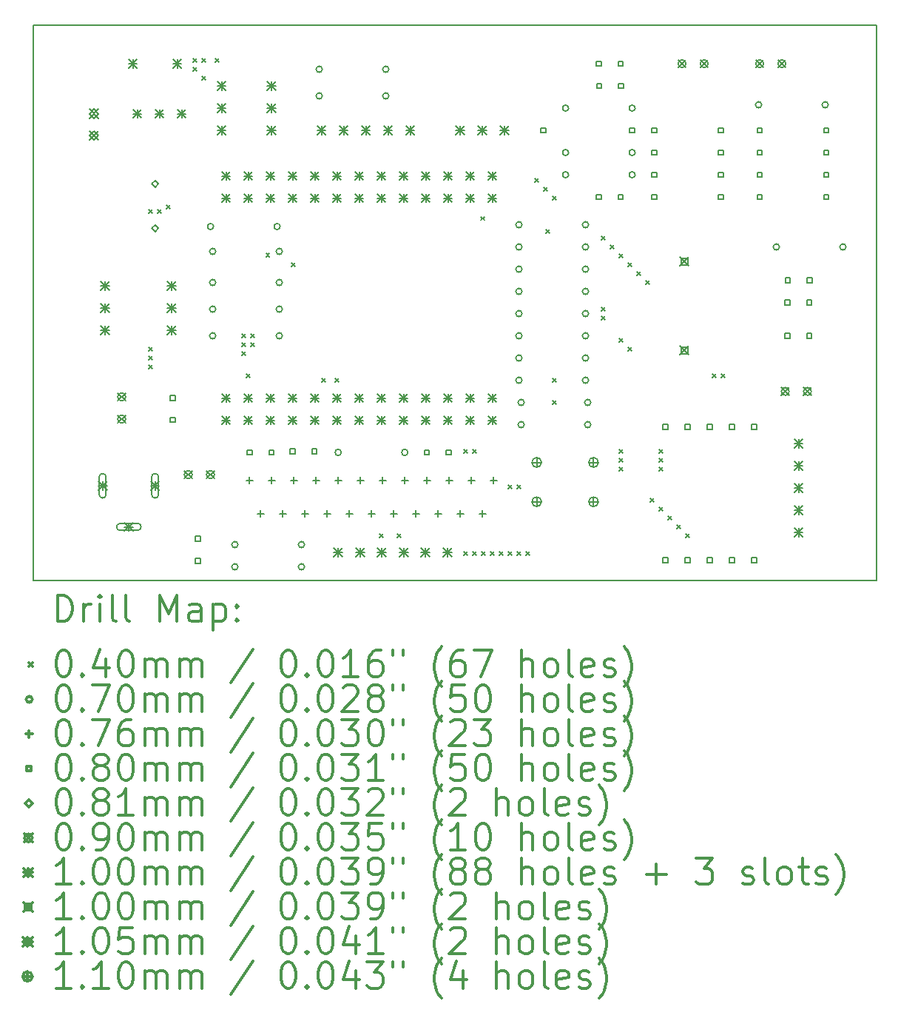
<source format=gbr>
%FSLAX45Y45*%
G04 Gerber Fmt 4.5, Leading zero omitted, Abs format (unit mm)*
G04 Created by KiCad (PCBNEW 5.0.0) date Wed Oct 17 23:37:29 2018*
%MOMM*%
%LPD*%
G01*
G04 APERTURE LIST*
%ADD10C,0.150000*%
%ADD11C,0.200000*%
%ADD12C,0.300000*%
G04 APERTURE END LIST*
D10*
X7747000Y-6350000D02*
X17399000Y-6350000D01*
X7747000Y-12700000D02*
X7747000Y-6350000D01*
X17399000Y-12700000D02*
X7747000Y-12700000D01*
X17399000Y-12700000D02*
X17399000Y-6350000D01*
D11*
X9073200Y-8463600D02*
X9113200Y-8503600D01*
X9113200Y-8463600D02*
X9073200Y-8503600D01*
X9073200Y-10038400D02*
X9113200Y-10078400D01*
X9113200Y-10038400D02*
X9073200Y-10078400D01*
X9073200Y-10140000D02*
X9113200Y-10180000D01*
X9113200Y-10140000D02*
X9073200Y-10180000D01*
X9073200Y-10241600D02*
X9113200Y-10281600D01*
X9113200Y-10241600D02*
X9073200Y-10281600D01*
X9174800Y-8463600D02*
X9214800Y-8503600D01*
X9214800Y-8463600D02*
X9174800Y-8503600D01*
X9276400Y-8412800D02*
X9316400Y-8452800D01*
X9316400Y-8412800D02*
X9276400Y-8452800D01*
X9581200Y-6736400D02*
X9621200Y-6776400D01*
X9621200Y-6736400D02*
X9581200Y-6776400D01*
X9581200Y-6838000D02*
X9621200Y-6878000D01*
X9621200Y-6838000D02*
X9581200Y-6878000D01*
X9682800Y-6736400D02*
X9722800Y-6776400D01*
X9722800Y-6736400D02*
X9682800Y-6776400D01*
X9682800Y-6939600D02*
X9722800Y-6979600D01*
X9722800Y-6939600D02*
X9682800Y-6979600D01*
X9835200Y-6736400D02*
X9875200Y-6776400D01*
X9875200Y-6736400D02*
X9835200Y-6776400D01*
X10140000Y-9886000D02*
X10180000Y-9926000D01*
X10180000Y-9886000D02*
X10140000Y-9926000D01*
X10140000Y-9987600D02*
X10180000Y-10027600D01*
X10180000Y-9987600D02*
X10140000Y-10027600D01*
X10140000Y-10089200D02*
X10180000Y-10129200D01*
X10180000Y-10089200D02*
X10140000Y-10129200D01*
X10190800Y-10343200D02*
X10230800Y-10383200D01*
X10230800Y-10343200D02*
X10190800Y-10383200D01*
X10241600Y-9886000D02*
X10281600Y-9926000D01*
X10281600Y-9886000D02*
X10241600Y-9926000D01*
X10241600Y-9987600D02*
X10281600Y-10027600D01*
X10281600Y-9987600D02*
X10241600Y-10027600D01*
X10415650Y-8962050D02*
X10455650Y-9002050D01*
X10455650Y-8962050D02*
X10415650Y-9002050D01*
X10706460Y-9070620D02*
X10746460Y-9110620D01*
X10746460Y-9070620D02*
X10706460Y-9110620D01*
X11054400Y-10394000D02*
X11094400Y-10434000D01*
X11094400Y-10394000D02*
X11054400Y-10434000D01*
X11206800Y-10394000D02*
X11246800Y-10434000D01*
X11246800Y-10394000D02*
X11206800Y-10434000D01*
X11714800Y-12172000D02*
X11754800Y-12212000D01*
X11754800Y-12172000D02*
X11714800Y-12212000D01*
X11918000Y-12172000D02*
X11958000Y-12212000D01*
X11958000Y-12172000D02*
X11918000Y-12212000D01*
X12680000Y-11206800D02*
X12720000Y-11246800D01*
X12720000Y-11206800D02*
X12680000Y-11246800D01*
X12680000Y-12375200D02*
X12720000Y-12415200D01*
X12720000Y-12375200D02*
X12680000Y-12415200D01*
X12781600Y-11206800D02*
X12821600Y-11246800D01*
X12821600Y-11206800D02*
X12781600Y-11246800D01*
X12781600Y-12375200D02*
X12821600Y-12415200D01*
X12821600Y-12375200D02*
X12781600Y-12415200D01*
X12876100Y-8544250D02*
X12916100Y-8584250D01*
X12916100Y-8544250D02*
X12876100Y-8584250D01*
X12883200Y-12375200D02*
X12923200Y-12415200D01*
X12923200Y-12375200D02*
X12883200Y-12415200D01*
X12984800Y-12375200D02*
X13024800Y-12415200D01*
X13024800Y-12375200D02*
X12984800Y-12415200D01*
X13086400Y-12375200D02*
X13126400Y-12415200D01*
X13126400Y-12375200D02*
X13086400Y-12415200D01*
X13188000Y-11613200D02*
X13228000Y-11653200D01*
X13228000Y-11613200D02*
X13188000Y-11653200D01*
X13188000Y-11613200D02*
X13228000Y-11653200D01*
X13228000Y-11613200D02*
X13188000Y-11653200D01*
X13188000Y-11613200D02*
X13228000Y-11653200D01*
X13228000Y-11613200D02*
X13188000Y-11653200D01*
X13188000Y-12375200D02*
X13228000Y-12415200D01*
X13228000Y-12375200D02*
X13188000Y-12415200D01*
X13289600Y-11613200D02*
X13329600Y-11653200D01*
X13329600Y-11613200D02*
X13289600Y-11653200D01*
X13289600Y-12375200D02*
X13329600Y-12415200D01*
X13329600Y-12375200D02*
X13289600Y-12415200D01*
X13391200Y-12375200D02*
X13431200Y-12415200D01*
X13431200Y-12375200D02*
X13391200Y-12415200D01*
X13492800Y-8108000D02*
X13532800Y-8148000D01*
X13532800Y-8108000D02*
X13492800Y-8148000D01*
X13594400Y-8209600D02*
X13634400Y-8249600D01*
X13634400Y-8209600D02*
X13594400Y-8249600D01*
X13621970Y-8694800D02*
X13661970Y-8734800D01*
X13661970Y-8694800D02*
X13621970Y-8734800D01*
X13696000Y-8311200D02*
X13736000Y-8351200D01*
X13736000Y-8311200D02*
X13696000Y-8351200D01*
X13696000Y-10394000D02*
X13736000Y-10434000D01*
X13736000Y-10394000D02*
X13696000Y-10434000D01*
X13696000Y-10648000D02*
X13736000Y-10688000D01*
X13736000Y-10648000D02*
X13696000Y-10688000D01*
X14254800Y-8768400D02*
X14294800Y-8808400D01*
X14294800Y-8768400D02*
X14254800Y-8808400D01*
X14254800Y-9581200D02*
X14294800Y-9621200D01*
X14294800Y-9581200D02*
X14254800Y-9621200D01*
X14254800Y-9682800D02*
X14294800Y-9722800D01*
X14294800Y-9682800D02*
X14254800Y-9722800D01*
X14356400Y-8870000D02*
X14396400Y-8910000D01*
X14396400Y-8870000D02*
X14356400Y-8910000D01*
X14458000Y-8971600D02*
X14498000Y-9011600D01*
X14498000Y-8971600D02*
X14458000Y-9011600D01*
X14458000Y-9936800D02*
X14498000Y-9976800D01*
X14498000Y-9936800D02*
X14458000Y-9976800D01*
X14458000Y-11206800D02*
X14498000Y-11246800D01*
X14498000Y-11206800D02*
X14458000Y-11246800D01*
X14458000Y-11308400D02*
X14498000Y-11348400D01*
X14498000Y-11308400D02*
X14458000Y-11348400D01*
X14458000Y-11410000D02*
X14498000Y-11450000D01*
X14498000Y-11410000D02*
X14458000Y-11450000D01*
X14559600Y-9073200D02*
X14599600Y-9113200D01*
X14599600Y-9073200D02*
X14559600Y-9113200D01*
X14559600Y-10038400D02*
X14599600Y-10078400D01*
X14599600Y-10038400D02*
X14559600Y-10078400D01*
X14661200Y-9174800D02*
X14701200Y-9214800D01*
X14701200Y-9174800D02*
X14661200Y-9214800D01*
X14762800Y-9276400D02*
X14802800Y-9316400D01*
X14802800Y-9276400D02*
X14762800Y-9316400D01*
X14813600Y-11765600D02*
X14853600Y-11805600D01*
X14853600Y-11765600D02*
X14813600Y-11805600D01*
X14915200Y-11206800D02*
X14955200Y-11246800D01*
X14955200Y-11206800D02*
X14915200Y-11246800D01*
X14915200Y-11308400D02*
X14955200Y-11348400D01*
X14955200Y-11308400D02*
X14915200Y-11348400D01*
X14915200Y-11410000D02*
X14955200Y-11450000D01*
X14955200Y-11410000D02*
X14915200Y-11450000D01*
X14915200Y-11867200D02*
X14955200Y-11907200D01*
X14955200Y-11867200D02*
X14915200Y-11907200D01*
X15016800Y-11968800D02*
X15056800Y-12008800D01*
X15056800Y-11968800D02*
X15016800Y-12008800D01*
X15118400Y-12070400D02*
X15158400Y-12110400D01*
X15158400Y-12070400D02*
X15118400Y-12110400D01*
X15220000Y-12172000D02*
X15260000Y-12212000D01*
X15260000Y-12172000D02*
X15220000Y-12212000D01*
X15524800Y-10343200D02*
X15564800Y-10383200D01*
X15564800Y-10343200D02*
X15524800Y-10383200D01*
X15626400Y-10343200D02*
X15666400Y-10383200D01*
X15666400Y-10343200D02*
X15626400Y-10383200D01*
X13344600Y-8636000D02*
G75*
G03X13344600Y-8636000I-35000J0D01*
G01*
X14106600Y-8636000D02*
G75*
G03X14106600Y-8636000I-35000J0D01*
G01*
X13344600Y-9652000D02*
G75*
G03X13344600Y-9652000I-35000J0D01*
G01*
X14106600Y-9652000D02*
G75*
G03X14106600Y-9652000I-35000J0D01*
G01*
X9839400Y-9906000D02*
G75*
G03X9839400Y-9906000I-35000J0D01*
G01*
X10601400Y-9906000D02*
G75*
G03X10601400Y-9906000I-35000J0D01*
G01*
X9839400Y-9601200D02*
G75*
G03X9839400Y-9601200I-35000J0D01*
G01*
X10601400Y-9601200D02*
G75*
G03X10601400Y-9601200I-35000J0D01*
G01*
X16087800Y-7264400D02*
G75*
G03X16087800Y-7264400I-35000J0D01*
G01*
X16849800Y-7264400D02*
G75*
G03X16849800Y-7264400I-35000J0D01*
G01*
X11274500Y-11239500D02*
G75*
G03X11274500Y-11239500I-35000J0D01*
G01*
X12036500Y-11239500D02*
G75*
G03X12036500Y-11239500I-35000J0D01*
G01*
X13344600Y-9906000D02*
G75*
G03X13344600Y-9906000I-35000J0D01*
G01*
X14106600Y-9906000D02*
G75*
G03X14106600Y-9906000I-35000J0D01*
G01*
X13344600Y-9144000D02*
G75*
G03X13344600Y-9144000I-35000J0D01*
G01*
X14106600Y-9144000D02*
G75*
G03X14106600Y-9144000I-35000J0D01*
G01*
X13878000Y-7810500D02*
G75*
G03X13878000Y-7810500I-35000J0D01*
G01*
X14640000Y-7810500D02*
G75*
G03X14640000Y-7810500I-35000J0D01*
G01*
X13370000Y-10668000D02*
G75*
G03X13370000Y-10668000I-35000J0D01*
G01*
X14132000Y-10668000D02*
G75*
G03X14132000Y-10668000I-35000J0D01*
G01*
X13344600Y-10414000D02*
G75*
G03X13344600Y-10414000I-35000J0D01*
G01*
X14106600Y-10414000D02*
G75*
G03X14106600Y-10414000I-35000J0D01*
G01*
X11058600Y-7162800D02*
G75*
G03X11058600Y-7162800I-35000J0D01*
G01*
X11820600Y-7162800D02*
G75*
G03X11820600Y-7162800I-35000J0D01*
G01*
X10093400Y-12293600D02*
G75*
G03X10093400Y-12293600I-35000J0D01*
G01*
X10855400Y-12293600D02*
G75*
G03X10855400Y-12293600I-35000J0D01*
G01*
X9839400Y-8940800D02*
G75*
G03X9839400Y-8940800I-35000J0D01*
G01*
X10601400Y-8940800D02*
G75*
G03X10601400Y-8940800I-35000J0D01*
G01*
X16291000Y-8890000D02*
G75*
G03X16291000Y-8890000I-35000J0D01*
G01*
X17053000Y-8890000D02*
G75*
G03X17053000Y-8890000I-35000J0D01*
G01*
X9839400Y-9296400D02*
G75*
G03X9839400Y-9296400I-35000J0D01*
G01*
X10601400Y-9296400D02*
G75*
G03X10601400Y-9296400I-35000J0D01*
G01*
X11058600Y-6858000D02*
G75*
G03X11058600Y-6858000I-35000J0D01*
G01*
X11820600Y-6858000D02*
G75*
G03X11820600Y-6858000I-35000J0D01*
G01*
X10093400Y-12547600D02*
G75*
G03X10093400Y-12547600I-35000J0D01*
G01*
X10855400Y-12547600D02*
G75*
G03X10855400Y-12547600I-35000J0D01*
G01*
X13344600Y-10160000D02*
G75*
G03X13344600Y-10160000I-35000J0D01*
G01*
X14106600Y-10160000D02*
G75*
G03X14106600Y-10160000I-35000J0D01*
G01*
X13344600Y-9398000D02*
G75*
G03X13344600Y-9398000I-35000J0D01*
G01*
X14106600Y-9398000D02*
G75*
G03X14106600Y-9398000I-35000J0D01*
G01*
X13344600Y-8890000D02*
G75*
G03X13344600Y-8890000I-35000J0D01*
G01*
X14106600Y-8890000D02*
G75*
G03X14106600Y-8890000I-35000J0D01*
G01*
X9814000Y-8656320D02*
G75*
G03X9814000Y-8656320I-35000J0D01*
G01*
X10576000Y-8656320D02*
G75*
G03X10576000Y-8656320I-35000J0D01*
G01*
X13878000Y-8064500D02*
G75*
G03X13878000Y-8064500I-35000J0D01*
G01*
X14640000Y-8064500D02*
G75*
G03X14640000Y-8064500I-35000J0D01*
G01*
X13370000Y-10922000D02*
G75*
G03X13370000Y-10922000I-35000J0D01*
G01*
X14132000Y-10922000D02*
G75*
G03X14132000Y-10922000I-35000J0D01*
G01*
X13878000Y-7302500D02*
G75*
G03X13878000Y-7302500I-35000J0D01*
G01*
X14640000Y-7302500D02*
G75*
G03X14640000Y-7302500I-35000J0D01*
G01*
X10223500Y-11518900D02*
X10223500Y-11595100D01*
X10185400Y-11557000D02*
X10261600Y-11557000D01*
X10350500Y-11899900D02*
X10350500Y-11976100D01*
X10312400Y-11938000D02*
X10388600Y-11938000D01*
X10477500Y-11518900D02*
X10477500Y-11595100D01*
X10439400Y-11557000D02*
X10515600Y-11557000D01*
X10604500Y-11899900D02*
X10604500Y-11976100D01*
X10566400Y-11938000D02*
X10642600Y-11938000D01*
X10731500Y-11518900D02*
X10731500Y-11595100D01*
X10693400Y-11557000D02*
X10769600Y-11557000D01*
X10858500Y-11899900D02*
X10858500Y-11976100D01*
X10820400Y-11938000D02*
X10896600Y-11938000D01*
X10985500Y-11518900D02*
X10985500Y-11595100D01*
X10947400Y-11557000D02*
X11023600Y-11557000D01*
X11112500Y-11899900D02*
X11112500Y-11976100D01*
X11074400Y-11938000D02*
X11150600Y-11938000D01*
X11239500Y-11518900D02*
X11239500Y-11595100D01*
X11201400Y-11557000D02*
X11277600Y-11557000D01*
X11366500Y-11899900D02*
X11366500Y-11976100D01*
X11328400Y-11938000D02*
X11404600Y-11938000D01*
X11493500Y-11518900D02*
X11493500Y-11595100D01*
X11455400Y-11557000D02*
X11531600Y-11557000D01*
X11620500Y-11899900D02*
X11620500Y-11976100D01*
X11582400Y-11938000D02*
X11658600Y-11938000D01*
X11747500Y-11518900D02*
X11747500Y-11595100D01*
X11709400Y-11557000D02*
X11785600Y-11557000D01*
X11874500Y-11899900D02*
X11874500Y-11976100D01*
X11836400Y-11938000D02*
X11912600Y-11938000D01*
X12001500Y-11518900D02*
X12001500Y-11595100D01*
X11963400Y-11557000D02*
X12039600Y-11557000D01*
X12128500Y-11899900D02*
X12128500Y-11976100D01*
X12090400Y-11938000D02*
X12166600Y-11938000D01*
X12255500Y-11518900D02*
X12255500Y-11595100D01*
X12217400Y-11557000D02*
X12293600Y-11557000D01*
X12382500Y-11899900D02*
X12382500Y-11976100D01*
X12344400Y-11938000D02*
X12420600Y-11938000D01*
X12509500Y-11518900D02*
X12509500Y-11595100D01*
X12471400Y-11557000D02*
X12547600Y-11557000D01*
X12636500Y-11899900D02*
X12636500Y-11976100D01*
X12598400Y-11938000D02*
X12674600Y-11938000D01*
X12763500Y-11518900D02*
X12763500Y-11595100D01*
X12725400Y-11557000D02*
X12801600Y-11557000D01*
X12890500Y-11899900D02*
X12890500Y-11976100D01*
X12852400Y-11938000D02*
X12928600Y-11938000D01*
X13017500Y-11518900D02*
X13017500Y-11595100D01*
X12979400Y-11557000D02*
X13055600Y-11557000D01*
X13617284Y-7584784D02*
X13617284Y-7528215D01*
X13560715Y-7528215D01*
X13560715Y-7584784D01*
X13617284Y-7584784D01*
X14633284Y-7584784D02*
X14633284Y-7528215D01*
X14576715Y-7528215D01*
X14576715Y-7584784D01*
X14633284Y-7584784D01*
X16093784Y-7584784D02*
X16093784Y-7528215D01*
X16037215Y-7528215D01*
X16037215Y-7584784D01*
X16093784Y-7584784D01*
X16093784Y-7838784D02*
X16093784Y-7782215D01*
X16037215Y-7782215D01*
X16037215Y-7838784D01*
X16093784Y-7838784D01*
X16093784Y-8092784D02*
X16093784Y-8036215D01*
X16037215Y-8036215D01*
X16037215Y-8092784D01*
X16093784Y-8092784D01*
X16093784Y-8346784D02*
X16093784Y-8290215D01*
X16037215Y-8290215D01*
X16037215Y-8346784D01*
X16093784Y-8346784D01*
X16855785Y-7584784D02*
X16855785Y-7528215D01*
X16799216Y-7528215D01*
X16799216Y-7584784D01*
X16855785Y-7584784D01*
X16855785Y-7838784D02*
X16855785Y-7782215D01*
X16799216Y-7782215D01*
X16799216Y-7838784D01*
X16855785Y-7838784D01*
X16855785Y-8092784D02*
X16855785Y-8036215D01*
X16799216Y-8036215D01*
X16799216Y-8092784D01*
X16855785Y-8092784D01*
X16855785Y-8346784D02*
X16855785Y-8290215D01*
X16799216Y-8290215D01*
X16799216Y-8346784D01*
X16855785Y-8346784D01*
X10747085Y-11255084D02*
X10747085Y-11198515D01*
X10690516Y-11198515D01*
X10690516Y-11255084D01*
X10747085Y-11255084D01*
X10997085Y-11255084D02*
X10997085Y-11198515D01*
X10940516Y-11198515D01*
X10940516Y-11255084D01*
X10997085Y-11255084D01*
X14252284Y-6822784D02*
X14252284Y-6766215D01*
X14195715Y-6766215D01*
X14195715Y-6822784D01*
X14252284Y-6822784D01*
X14502284Y-6822784D02*
X14502284Y-6766215D01*
X14445715Y-6766215D01*
X14445715Y-6822784D01*
X14502284Y-6822784D01*
X14252284Y-8346784D02*
X14252284Y-8290215D01*
X14195715Y-8290215D01*
X14195715Y-8346784D01*
X14252284Y-8346784D01*
X14502284Y-8346784D02*
X14502284Y-8290215D01*
X14445715Y-8290215D01*
X14445715Y-8346784D01*
X14502284Y-8346784D01*
X14887284Y-7584784D02*
X14887284Y-7528215D01*
X14830715Y-7528215D01*
X14830715Y-7584784D01*
X14887284Y-7584784D01*
X14887284Y-7838784D02*
X14887284Y-7782215D01*
X14830715Y-7782215D01*
X14830715Y-7838784D01*
X14887284Y-7838784D01*
X14887284Y-8092784D02*
X14887284Y-8036215D01*
X14830715Y-8036215D01*
X14830715Y-8092784D01*
X14887284Y-8092784D01*
X14887284Y-8346784D02*
X14887284Y-8290215D01*
X14830715Y-8290215D01*
X14830715Y-8346784D01*
X14887284Y-8346784D01*
X15649284Y-7584784D02*
X15649284Y-7528215D01*
X15592715Y-7528215D01*
X15592715Y-7584784D01*
X15649284Y-7584784D01*
X15649284Y-7838784D02*
X15649284Y-7782215D01*
X15592715Y-7782215D01*
X15592715Y-7838784D01*
X15649284Y-7838784D01*
X15649284Y-8092784D02*
X15649284Y-8036215D01*
X15592715Y-8036215D01*
X15592715Y-8092784D01*
X15649284Y-8092784D01*
X15649284Y-8346784D02*
X15649284Y-8290215D01*
X15592715Y-8290215D01*
X15592715Y-8346784D01*
X15649284Y-8346784D01*
X9375485Y-10645485D02*
X9375485Y-10588916D01*
X9318916Y-10588916D01*
X9318916Y-10645485D01*
X9375485Y-10645485D01*
X9375485Y-10895485D02*
X9375485Y-10838916D01*
X9318916Y-10838916D01*
X9318916Y-10895485D01*
X9375485Y-10895485D01*
X15014284Y-10975685D02*
X15014284Y-10919116D01*
X14957715Y-10919116D01*
X14957715Y-10975685D01*
X15014284Y-10975685D01*
X15014284Y-12499684D02*
X15014284Y-12443115D01*
X14957715Y-12443115D01*
X14957715Y-12499684D01*
X15014284Y-12499684D01*
X15268284Y-10975685D02*
X15268284Y-10919116D01*
X15211715Y-10919116D01*
X15211715Y-10975685D01*
X15268284Y-10975685D01*
X15268284Y-12499684D02*
X15268284Y-12443115D01*
X15211715Y-12443115D01*
X15211715Y-12499684D01*
X15268284Y-12499684D01*
X15522284Y-10975685D02*
X15522284Y-10919116D01*
X15465715Y-10919116D01*
X15465715Y-10975685D01*
X15522284Y-10975685D01*
X15522284Y-12499684D02*
X15522284Y-12443115D01*
X15465715Y-12443115D01*
X15465715Y-12499684D01*
X15522284Y-12499684D01*
X15776284Y-10975685D02*
X15776284Y-10919116D01*
X15719715Y-10919116D01*
X15719715Y-10975685D01*
X15776284Y-10975685D01*
X15776284Y-12499684D02*
X15776284Y-12443115D01*
X15719715Y-12443115D01*
X15719715Y-12499684D01*
X15776284Y-12499684D01*
X16030284Y-10975685D02*
X16030284Y-10919116D01*
X15973715Y-10919116D01*
X15973715Y-10975685D01*
X16030284Y-10975685D01*
X16030284Y-12499684D02*
X16030284Y-12443115D01*
X15973715Y-12443115D01*
X15973715Y-12499684D01*
X16030284Y-12499684D01*
X12283784Y-11267784D02*
X12283784Y-11211215D01*
X12227215Y-11211215D01*
X12227215Y-11267784D01*
X12283784Y-11267784D01*
X12533784Y-11267784D02*
X12533784Y-11211215D01*
X12477215Y-11211215D01*
X12477215Y-11267784D01*
X12533784Y-11267784D01*
X10255785Y-11267784D02*
X10255785Y-11211215D01*
X10199216Y-11211215D01*
X10199216Y-11267784D01*
X10255785Y-11267784D01*
X10505785Y-11267784D02*
X10505785Y-11211215D01*
X10449216Y-11211215D01*
X10449216Y-11267784D01*
X10505785Y-11267784D01*
X9665045Y-12255884D02*
X9665045Y-12199315D01*
X9608476Y-12199315D01*
X9608476Y-12255884D01*
X9665045Y-12255884D01*
X9665045Y-12505884D02*
X9665045Y-12449315D01*
X9608476Y-12449315D01*
X9608476Y-12505884D01*
X9665045Y-12505884D01*
X14256284Y-7076784D02*
X14256284Y-7020215D01*
X14199715Y-7020215D01*
X14199715Y-7076784D01*
X14256284Y-7076784D01*
X14506284Y-7076784D02*
X14506284Y-7020215D01*
X14449715Y-7020215D01*
X14449715Y-7076784D01*
X14506284Y-7076784D01*
X16411284Y-9934285D02*
X16411284Y-9877716D01*
X16354715Y-9877716D01*
X16354715Y-9934285D01*
X16411284Y-9934285D01*
X16661284Y-9934285D02*
X16661284Y-9877716D01*
X16604715Y-9877716D01*
X16604715Y-9934285D01*
X16661284Y-9934285D01*
X16411284Y-9553285D02*
X16411284Y-9496716D01*
X16354715Y-9496716D01*
X16354715Y-9553285D01*
X16411284Y-9553285D01*
X16661284Y-9553285D02*
X16661284Y-9496716D01*
X16604715Y-9496716D01*
X16604715Y-9553285D01*
X16661284Y-9553285D01*
X16415284Y-9299285D02*
X16415284Y-9242716D01*
X16358715Y-9242716D01*
X16358715Y-9299285D01*
X16415284Y-9299285D01*
X16665284Y-9299285D02*
X16665284Y-9242716D01*
X16608715Y-9242716D01*
X16608715Y-9299285D01*
X16665284Y-9299285D01*
X9144000Y-8209280D02*
X9184640Y-8168640D01*
X9144000Y-8128000D01*
X9103360Y-8168640D01*
X9144000Y-8209280D01*
X9144000Y-8717280D02*
X9184640Y-8676640D01*
X9144000Y-8636000D01*
X9103360Y-8676640D01*
X9144000Y-8717280D01*
X15131500Y-6749500D02*
X15221500Y-6839500D01*
X15221500Y-6749500D02*
X15131500Y-6839500D01*
X15221500Y-6794500D02*
G75*
G03X15221500Y-6794500I-45000J0D01*
G01*
X15385500Y-6749500D02*
X15475500Y-6839500D01*
X15475500Y-6749500D02*
X15385500Y-6839500D01*
X15475500Y-6794500D02*
G75*
G03X15475500Y-6794500I-45000J0D01*
G01*
X16020500Y-6749500D02*
X16110500Y-6839500D01*
X16110500Y-6749500D02*
X16020500Y-6839500D01*
X16110500Y-6794500D02*
G75*
G03X16110500Y-6794500I-45000J0D01*
G01*
X16274500Y-6749500D02*
X16364500Y-6839500D01*
X16364500Y-6749500D02*
X16274500Y-6839500D01*
X16364500Y-6794500D02*
G75*
G03X16364500Y-6794500I-45000J0D01*
G01*
X16312600Y-10496000D02*
X16402600Y-10586000D01*
X16402600Y-10496000D02*
X16312600Y-10586000D01*
X16402600Y-10541000D02*
G75*
G03X16402600Y-10541000I-45000J0D01*
G01*
X16566600Y-10496000D02*
X16656600Y-10586000D01*
X16656600Y-10496000D02*
X16566600Y-10586000D01*
X16656600Y-10541000D02*
G75*
G03X16656600Y-10541000I-45000J0D01*
G01*
X9480000Y-11448500D02*
X9570000Y-11538500D01*
X9570000Y-11448500D02*
X9480000Y-11538500D01*
X9570000Y-11493500D02*
G75*
G03X9570000Y-11493500I-45000J0D01*
G01*
X9734000Y-11448500D02*
X9824000Y-11538500D01*
X9824000Y-11448500D02*
X9734000Y-11538500D01*
X9824000Y-11493500D02*
G75*
G03X9824000Y-11493500I-45000J0D01*
G01*
X8718000Y-10559500D02*
X8808000Y-10649500D01*
X8808000Y-10559500D02*
X8718000Y-10649500D01*
X8808000Y-10604500D02*
G75*
G03X8808000Y-10604500I-45000J0D01*
G01*
X8718000Y-10813500D02*
X8808000Y-10903500D01*
X8808000Y-10813500D02*
X8718000Y-10903500D01*
X8808000Y-10858500D02*
G75*
G03X8808000Y-10858500I-45000J0D01*
G01*
X8494000Y-11570500D02*
X8594000Y-11670500D01*
X8594000Y-11570500D02*
X8494000Y-11670500D01*
X8544000Y-11570500D02*
X8544000Y-11670500D01*
X8494000Y-11620500D02*
X8594000Y-11620500D01*
X8504000Y-11520500D02*
X8504000Y-11720500D01*
X8584000Y-11520500D02*
X8584000Y-11720500D01*
X8504000Y-11720500D02*
G75*
G03X8584000Y-11720500I40000J0D01*
G01*
X8584000Y-11520500D02*
G75*
G03X8504000Y-11520500I-40000J0D01*
G01*
X8794000Y-12040500D02*
X8894000Y-12140500D01*
X8894000Y-12040500D02*
X8794000Y-12140500D01*
X8844000Y-12040500D02*
X8844000Y-12140500D01*
X8794000Y-12090500D02*
X8894000Y-12090500D01*
X8744000Y-12130500D02*
X8944000Y-12130500D01*
X8744000Y-12050500D02*
X8944000Y-12050500D01*
X8944000Y-12130500D02*
G75*
G03X8944000Y-12050500I0J40000D01*
G01*
X8744000Y-12050500D02*
G75*
G03X8744000Y-12130500I0J-40000D01*
G01*
X9094000Y-11570500D02*
X9194000Y-11670500D01*
X9194000Y-11570500D02*
X9094000Y-11670500D01*
X9144000Y-11570500D02*
X9144000Y-11670500D01*
X9094000Y-11620500D02*
X9194000Y-11620500D01*
X9104000Y-11520500D02*
X9104000Y-11720500D01*
X9184000Y-11520500D02*
X9184000Y-11720500D01*
X9104000Y-11720500D02*
G75*
G03X9184000Y-11720500I40000J0D01*
G01*
X9184000Y-11520500D02*
G75*
G03X9104000Y-11520500I-40000J0D01*
G01*
X9284500Y-9284500D02*
X9384500Y-9384500D01*
X9384500Y-9284500D02*
X9284500Y-9384500D01*
X9334500Y-9284500D02*
X9334500Y-9384500D01*
X9284500Y-9334500D02*
X9384500Y-9334500D01*
X9284500Y-9538500D02*
X9384500Y-9638500D01*
X9384500Y-9538500D02*
X9284500Y-9638500D01*
X9334500Y-9538500D02*
X9334500Y-9638500D01*
X9284500Y-9588500D02*
X9384500Y-9588500D01*
X9284500Y-9792500D02*
X9384500Y-9892500D01*
X9384500Y-9792500D02*
X9284500Y-9892500D01*
X9334500Y-9792500D02*
X9334500Y-9892500D01*
X9284500Y-9842500D02*
X9384500Y-9842500D01*
X11189500Y-12332500D02*
X11289500Y-12432500D01*
X11289500Y-12332500D02*
X11189500Y-12432500D01*
X11239500Y-12332500D02*
X11239500Y-12432500D01*
X11189500Y-12382500D02*
X11289500Y-12382500D01*
X11439500Y-12332500D02*
X11539500Y-12432500D01*
X11539500Y-12332500D02*
X11439500Y-12432500D01*
X11489500Y-12332500D02*
X11489500Y-12432500D01*
X11439500Y-12382500D02*
X11539500Y-12382500D01*
X11689500Y-12332500D02*
X11789500Y-12432500D01*
X11789500Y-12332500D02*
X11689500Y-12432500D01*
X11739500Y-12332500D02*
X11739500Y-12432500D01*
X11689500Y-12382500D02*
X11789500Y-12382500D01*
X11939500Y-12332500D02*
X12039500Y-12432500D01*
X12039500Y-12332500D02*
X11939500Y-12432500D01*
X11989500Y-12332500D02*
X11989500Y-12432500D01*
X11939500Y-12382500D02*
X12039500Y-12382500D01*
X12189500Y-12332500D02*
X12289500Y-12432500D01*
X12289500Y-12332500D02*
X12189500Y-12432500D01*
X12239500Y-12332500D02*
X12239500Y-12432500D01*
X12189500Y-12382500D02*
X12289500Y-12382500D01*
X12439500Y-12332500D02*
X12539500Y-12432500D01*
X12539500Y-12332500D02*
X12439500Y-12432500D01*
X12489500Y-12332500D02*
X12489500Y-12432500D01*
X12439500Y-12382500D02*
X12539500Y-12382500D01*
X9856000Y-6998500D02*
X9956000Y-7098500D01*
X9956000Y-6998500D02*
X9856000Y-7098500D01*
X9906000Y-6998500D02*
X9906000Y-7098500D01*
X9856000Y-7048500D02*
X9956000Y-7048500D01*
X9856000Y-7252500D02*
X9956000Y-7352500D01*
X9956000Y-7252500D02*
X9856000Y-7352500D01*
X9906000Y-7252500D02*
X9906000Y-7352500D01*
X9856000Y-7302500D02*
X9956000Y-7302500D01*
X9856000Y-7506500D02*
X9956000Y-7606500D01*
X9956000Y-7506500D02*
X9856000Y-7606500D01*
X9906000Y-7506500D02*
X9906000Y-7606500D01*
X9856000Y-7556500D02*
X9956000Y-7556500D01*
X9906800Y-10567200D02*
X10006800Y-10667200D01*
X10006800Y-10567200D02*
X9906800Y-10667200D01*
X9956800Y-10567200D02*
X9956800Y-10667200D01*
X9906800Y-10617200D02*
X10006800Y-10617200D01*
X9906800Y-10821200D02*
X10006800Y-10921200D01*
X10006800Y-10821200D02*
X9906800Y-10921200D01*
X9956800Y-10821200D02*
X9956800Y-10921200D01*
X9906800Y-10871200D02*
X10006800Y-10871200D01*
X10160800Y-10567200D02*
X10260800Y-10667200D01*
X10260800Y-10567200D02*
X10160800Y-10667200D01*
X10210800Y-10567200D02*
X10210800Y-10667200D01*
X10160800Y-10617200D02*
X10260800Y-10617200D01*
X10160800Y-10821200D02*
X10260800Y-10921200D01*
X10260800Y-10821200D02*
X10160800Y-10921200D01*
X10210800Y-10821200D02*
X10210800Y-10921200D01*
X10160800Y-10871200D02*
X10260800Y-10871200D01*
X10414800Y-10567200D02*
X10514800Y-10667200D01*
X10514800Y-10567200D02*
X10414800Y-10667200D01*
X10464800Y-10567200D02*
X10464800Y-10667200D01*
X10414800Y-10617200D02*
X10514800Y-10617200D01*
X10414800Y-10821200D02*
X10514800Y-10921200D01*
X10514800Y-10821200D02*
X10414800Y-10921200D01*
X10464800Y-10821200D02*
X10464800Y-10921200D01*
X10414800Y-10871200D02*
X10514800Y-10871200D01*
X10668800Y-10567200D02*
X10768800Y-10667200D01*
X10768800Y-10567200D02*
X10668800Y-10667200D01*
X10718800Y-10567200D02*
X10718800Y-10667200D01*
X10668800Y-10617200D02*
X10768800Y-10617200D01*
X10668800Y-10821200D02*
X10768800Y-10921200D01*
X10768800Y-10821200D02*
X10668800Y-10921200D01*
X10718800Y-10821200D02*
X10718800Y-10921200D01*
X10668800Y-10871200D02*
X10768800Y-10871200D01*
X10922800Y-10567200D02*
X11022800Y-10667200D01*
X11022800Y-10567200D02*
X10922800Y-10667200D01*
X10972800Y-10567200D02*
X10972800Y-10667200D01*
X10922800Y-10617200D02*
X11022800Y-10617200D01*
X10922800Y-10821200D02*
X11022800Y-10921200D01*
X11022800Y-10821200D02*
X10922800Y-10921200D01*
X10972800Y-10821200D02*
X10972800Y-10921200D01*
X10922800Y-10871200D02*
X11022800Y-10871200D01*
X11176800Y-10567200D02*
X11276800Y-10667200D01*
X11276800Y-10567200D02*
X11176800Y-10667200D01*
X11226800Y-10567200D02*
X11226800Y-10667200D01*
X11176800Y-10617200D02*
X11276800Y-10617200D01*
X11176800Y-10821200D02*
X11276800Y-10921200D01*
X11276800Y-10821200D02*
X11176800Y-10921200D01*
X11226800Y-10821200D02*
X11226800Y-10921200D01*
X11176800Y-10871200D02*
X11276800Y-10871200D01*
X11430800Y-10567200D02*
X11530800Y-10667200D01*
X11530800Y-10567200D02*
X11430800Y-10667200D01*
X11480800Y-10567200D02*
X11480800Y-10667200D01*
X11430800Y-10617200D02*
X11530800Y-10617200D01*
X11430800Y-10821200D02*
X11530800Y-10921200D01*
X11530800Y-10821200D02*
X11430800Y-10921200D01*
X11480800Y-10821200D02*
X11480800Y-10921200D01*
X11430800Y-10871200D02*
X11530800Y-10871200D01*
X11684800Y-10567200D02*
X11784800Y-10667200D01*
X11784800Y-10567200D02*
X11684800Y-10667200D01*
X11734800Y-10567200D02*
X11734800Y-10667200D01*
X11684800Y-10617200D02*
X11784800Y-10617200D01*
X11684800Y-10821200D02*
X11784800Y-10921200D01*
X11784800Y-10821200D02*
X11684800Y-10921200D01*
X11734800Y-10821200D02*
X11734800Y-10921200D01*
X11684800Y-10871200D02*
X11784800Y-10871200D01*
X11938800Y-10567200D02*
X12038800Y-10667200D01*
X12038800Y-10567200D02*
X11938800Y-10667200D01*
X11988800Y-10567200D02*
X11988800Y-10667200D01*
X11938800Y-10617200D02*
X12038800Y-10617200D01*
X11938800Y-10821200D02*
X12038800Y-10921200D01*
X12038800Y-10821200D02*
X11938800Y-10921200D01*
X11988800Y-10821200D02*
X11988800Y-10921200D01*
X11938800Y-10871200D02*
X12038800Y-10871200D01*
X12192800Y-10567200D02*
X12292800Y-10667200D01*
X12292800Y-10567200D02*
X12192800Y-10667200D01*
X12242800Y-10567200D02*
X12242800Y-10667200D01*
X12192800Y-10617200D02*
X12292800Y-10617200D01*
X12192800Y-10821200D02*
X12292800Y-10921200D01*
X12292800Y-10821200D02*
X12192800Y-10921200D01*
X12242800Y-10821200D02*
X12242800Y-10921200D01*
X12192800Y-10871200D02*
X12292800Y-10871200D01*
X12446800Y-10567200D02*
X12546800Y-10667200D01*
X12546800Y-10567200D02*
X12446800Y-10667200D01*
X12496800Y-10567200D02*
X12496800Y-10667200D01*
X12446800Y-10617200D02*
X12546800Y-10617200D01*
X12446800Y-10821200D02*
X12546800Y-10921200D01*
X12546800Y-10821200D02*
X12446800Y-10921200D01*
X12496800Y-10821200D02*
X12496800Y-10921200D01*
X12446800Y-10871200D02*
X12546800Y-10871200D01*
X12700800Y-10567200D02*
X12800800Y-10667200D01*
X12800800Y-10567200D02*
X12700800Y-10667200D01*
X12750800Y-10567200D02*
X12750800Y-10667200D01*
X12700800Y-10617200D02*
X12800800Y-10617200D01*
X12700800Y-10821200D02*
X12800800Y-10921200D01*
X12800800Y-10821200D02*
X12700800Y-10921200D01*
X12750800Y-10821200D02*
X12750800Y-10921200D01*
X12700800Y-10871200D02*
X12800800Y-10871200D01*
X12954800Y-10567200D02*
X13054800Y-10667200D01*
X13054800Y-10567200D02*
X12954800Y-10667200D01*
X13004800Y-10567200D02*
X13004800Y-10667200D01*
X12954800Y-10617200D02*
X13054800Y-10617200D01*
X12954800Y-10821200D02*
X13054800Y-10921200D01*
X13054800Y-10821200D02*
X12954800Y-10921200D01*
X13004800Y-10821200D02*
X13004800Y-10921200D01*
X12954800Y-10871200D02*
X13054800Y-10871200D01*
X8522500Y-9284500D02*
X8622500Y-9384500D01*
X8622500Y-9284500D02*
X8522500Y-9384500D01*
X8572500Y-9284500D02*
X8572500Y-9384500D01*
X8522500Y-9334500D02*
X8622500Y-9334500D01*
X8522500Y-9538500D02*
X8622500Y-9638500D01*
X8622500Y-9538500D02*
X8522500Y-9638500D01*
X8572500Y-9538500D02*
X8572500Y-9638500D01*
X8522500Y-9588500D02*
X8622500Y-9588500D01*
X8522500Y-9792500D02*
X8622500Y-9892500D01*
X8622500Y-9792500D02*
X8522500Y-9892500D01*
X8572500Y-9792500D02*
X8572500Y-9892500D01*
X8522500Y-9842500D02*
X8622500Y-9842500D01*
X9906800Y-8027200D02*
X10006800Y-8127200D01*
X10006800Y-8027200D02*
X9906800Y-8127200D01*
X9956800Y-8027200D02*
X9956800Y-8127200D01*
X9906800Y-8077200D02*
X10006800Y-8077200D01*
X9906800Y-8281200D02*
X10006800Y-8381200D01*
X10006800Y-8281200D02*
X9906800Y-8381200D01*
X9956800Y-8281200D02*
X9956800Y-8381200D01*
X9906800Y-8331200D02*
X10006800Y-8331200D01*
X10160800Y-8027200D02*
X10260800Y-8127200D01*
X10260800Y-8027200D02*
X10160800Y-8127200D01*
X10210800Y-8027200D02*
X10210800Y-8127200D01*
X10160800Y-8077200D02*
X10260800Y-8077200D01*
X10160800Y-8281200D02*
X10260800Y-8381200D01*
X10260800Y-8281200D02*
X10160800Y-8381200D01*
X10210800Y-8281200D02*
X10210800Y-8381200D01*
X10160800Y-8331200D02*
X10260800Y-8331200D01*
X10414800Y-8027200D02*
X10514800Y-8127200D01*
X10514800Y-8027200D02*
X10414800Y-8127200D01*
X10464800Y-8027200D02*
X10464800Y-8127200D01*
X10414800Y-8077200D02*
X10514800Y-8077200D01*
X10414800Y-8281200D02*
X10514800Y-8381200D01*
X10514800Y-8281200D02*
X10414800Y-8381200D01*
X10464800Y-8281200D02*
X10464800Y-8381200D01*
X10414800Y-8331200D02*
X10514800Y-8331200D01*
X10668800Y-8027200D02*
X10768800Y-8127200D01*
X10768800Y-8027200D02*
X10668800Y-8127200D01*
X10718800Y-8027200D02*
X10718800Y-8127200D01*
X10668800Y-8077200D02*
X10768800Y-8077200D01*
X10668800Y-8281200D02*
X10768800Y-8381200D01*
X10768800Y-8281200D02*
X10668800Y-8381200D01*
X10718800Y-8281200D02*
X10718800Y-8381200D01*
X10668800Y-8331200D02*
X10768800Y-8331200D01*
X10922800Y-8027200D02*
X11022800Y-8127200D01*
X11022800Y-8027200D02*
X10922800Y-8127200D01*
X10972800Y-8027200D02*
X10972800Y-8127200D01*
X10922800Y-8077200D02*
X11022800Y-8077200D01*
X10922800Y-8281200D02*
X11022800Y-8381200D01*
X11022800Y-8281200D02*
X10922800Y-8381200D01*
X10972800Y-8281200D02*
X10972800Y-8381200D01*
X10922800Y-8331200D02*
X11022800Y-8331200D01*
X11176800Y-8027200D02*
X11276800Y-8127200D01*
X11276800Y-8027200D02*
X11176800Y-8127200D01*
X11226800Y-8027200D02*
X11226800Y-8127200D01*
X11176800Y-8077200D02*
X11276800Y-8077200D01*
X11176800Y-8281200D02*
X11276800Y-8381200D01*
X11276800Y-8281200D02*
X11176800Y-8381200D01*
X11226800Y-8281200D02*
X11226800Y-8381200D01*
X11176800Y-8331200D02*
X11276800Y-8331200D01*
X11430800Y-8027200D02*
X11530800Y-8127200D01*
X11530800Y-8027200D02*
X11430800Y-8127200D01*
X11480800Y-8027200D02*
X11480800Y-8127200D01*
X11430800Y-8077200D02*
X11530800Y-8077200D01*
X11430800Y-8281200D02*
X11530800Y-8381200D01*
X11530800Y-8281200D02*
X11430800Y-8381200D01*
X11480800Y-8281200D02*
X11480800Y-8381200D01*
X11430800Y-8331200D02*
X11530800Y-8331200D01*
X11684800Y-8027200D02*
X11784800Y-8127200D01*
X11784800Y-8027200D02*
X11684800Y-8127200D01*
X11734800Y-8027200D02*
X11734800Y-8127200D01*
X11684800Y-8077200D02*
X11784800Y-8077200D01*
X11684800Y-8281200D02*
X11784800Y-8381200D01*
X11784800Y-8281200D02*
X11684800Y-8381200D01*
X11734800Y-8281200D02*
X11734800Y-8381200D01*
X11684800Y-8331200D02*
X11784800Y-8331200D01*
X11938800Y-8027200D02*
X12038800Y-8127200D01*
X12038800Y-8027200D02*
X11938800Y-8127200D01*
X11988800Y-8027200D02*
X11988800Y-8127200D01*
X11938800Y-8077200D02*
X12038800Y-8077200D01*
X11938800Y-8281200D02*
X12038800Y-8381200D01*
X12038800Y-8281200D02*
X11938800Y-8381200D01*
X11988800Y-8281200D02*
X11988800Y-8381200D01*
X11938800Y-8331200D02*
X12038800Y-8331200D01*
X12192800Y-8027200D02*
X12292800Y-8127200D01*
X12292800Y-8027200D02*
X12192800Y-8127200D01*
X12242800Y-8027200D02*
X12242800Y-8127200D01*
X12192800Y-8077200D02*
X12292800Y-8077200D01*
X12192800Y-8281200D02*
X12292800Y-8381200D01*
X12292800Y-8281200D02*
X12192800Y-8381200D01*
X12242800Y-8281200D02*
X12242800Y-8381200D01*
X12192800Y-8331200D02*
X12292800Y-8331200D01*
X12446800Y-8027200D02*
X12546800Y-8127200D01*
X12546800Y-8027200D02*
X12446800Y-8127200D01*
X12496800Y-8027200D02*
X12496800Y-8127200D01*
X12446800Y-8077200D02*
X12546800Y-8077200D01*
X12446800Y-8281200D02*
X12546800Y-8381200D01*
X12546800Y-8281200D02*
X12446800Y-8381200D01*
X12496800Y-8281200D02*
X12496800Y-8381200D01*
X12446800Y-8331200D02*
X12546800Y-8331200D01*
X12700800Y-8027200D02*
X12800800Y-8127200D01*
X12800800Y-8027200D02*
X12700800Y-8127200D01*
X12750800Y-8027200D02*
X12750800Y-8127200D01*
X12700800Y-8077200D02*
X12800800Y-8077200D01*
X12700800Y-8281200D02*
X12800800Y-8381200D01*
X12800800Y-8281200D02*
X12700800Y-8381200D01*
X12750800Y-8281200D02*
X12750800Y-8381200D01*
X12700800Y-8331200D02*
X12800800Y-8331200D01*
X12954800Y-8027200D02*
X13054800Y-8127200D01*
X13054800Y-8027200D02*
X12954800Y-8127200D01*
X13004800Y-8027200D02*
X13004800Y-8127200D01*
X12954800Y-8077200D02*
X13054800Y-8077200D01*
X12954800Y-8281200D02*
X13054800Y-8381200D01*
X13054800Y-8281200D02*
X12954800Y-8381200D01*
X13004800Y-8281200D02*
X13004800Y-8381200D01*
X12954800Y-8331200D02*
X13054800Y-8331200D01*
X12586500Y-7506500D02*
X12686500Y-7606500D01*
X12686500Y-7506500D02*
X12586500Y-7606500D01*
X12636500Y-7506500D02*
X12636500Y-7606500D01*
X12586500Y-7556500D02*
X12686500Y-7556500D01*
X12840500Y-7506500D02*
X12940500Y-7606500D01*
X12940500Y-7506500D02*
X12840500Y-7606500D01*
X12890500Y-7506500D02*
X12890500Y-7606500D01*
X12840500Y-7556500D02*
X12940500Y-7556500D01*
X13094500Y-7506500D02*
X13194500Y-7606500D01*
X13194500Y-7506500D02*
X13094500Y-7606500D01*
X13144500Y-7506500D02*
X13144500Y-7606500D01*
X13094500Y-7556500D02*
X13194500Y-7556500D01*
X10999000Y-7506500D02*
X11099000Y-7606500D01*
X11099000Y-7506500D02*
X10999000Y-7606500D01*
X11049000Y-7506500D02*
X11049000Y-7606500D01*
X10999000Y-7556500D02*
X11099000Y-7556500D01*
X11253000Y-7506500D02*
X11353000Y-7606500D01*
X11353000Y-7506500D02*
X11253000Y-7606500D01*
X11303000Y-7506500D02*
X11303000Y-7606500D01*
X11253000Y-7556500D02*
X11353000Y-7556500D01*
X11507000Y-7506500D02*
X11607000Y-7606500D01*
X11607000Y-7506500D02*
X11507000Y-7606500D01*
X11557000Y-7506500D02*
X11557000Y-7606500D01*
X11507000Y-7556500D02*
X11607000Y-7556500D01*
X11761000Y-7506500D02*
X11861000Y-7606500D01*
X11861000Y-7506500D02*
X11761000Y-7606500D01*
X11811000Y-7506500D02*
X11811000Y-7606500D01*
X11761000Y-7556500D02*
X11861000Y-7556500D01*
X12015000Y-7506500D02*
X12115000Y-7606500D01*
X12115000Y-7506500D02*
X12015000Y-7606500D01*
X12065000Y-7506500D02*
X12065000Y-7606500D01*
X12015000Y-7556500D02*
X12115000Y-7556500D01*
X8890800Y-7316000D02*
X8990800Y-7416000D01*
X8990800Y-7316000D02*
X8890800Y-7416000D01*
X8940800Y-7316000D02*
X8940800Y-7416000D01*
X8890800Y-7366000D02*
X8990800Y-7366000D01*
X9144800Y-7316000D02*
X9244800Y-7416000D01*
X9244800Y-7316000D02*
X9144800Y-7416000D01*
X9194800Y-7316000D02*
X9194800Y-7416000D01*
X9144800Y-7366000D02*
X9244800Y-7366000D01*
X9398800Y-7316000D02*
X9498800Y-7416000D01*
X9498800Y-7316000D02*
X9398800Y-7416000D01*
X9448800Y-7316000D02*
X9448800Y-7416000D01*
X9398800Y-7366000D02*
X9498800Y-7366000D01*
X16460000Y-11090400D02*
X16560000Y-11190400D01*
X16560000Y-11090400D02*
X16460000Y-11190400D01*
X16510000Y-11090400D02*
X16510000Y-11190400D01*
X16460000Y-11140400D02*
X16560000Y-11140400D01*
X16460000Y-11344400D02*
X16560000Y-11444400D01*
X16560000Y-11344400D02*
X16460000Y-11444400D01*
X16510000Y-11344400D02*
X16510000Y-11444400D01*
X16460000Y-11394400D02*
X16560000Y-11394400D01*
X16460000Y-11598400D02*
X16560000Y-11698400D01*
X16560000Y-11598400D02*
X16460000Y-11698400D01*
X16510000Y-11598400D02*
X16510000Y-11698400D01*
X16460000Y-11648400D02*
X16560000Y-11648400D01*
X16460000Y-11852400D02*
X16560000Y-11952400D01*
X16560000Y-11852400D02*
X16460000Y-11952400D01*
X16510000Y-11852400D02*
X16510000Y-11952400D01*
X16460000Y-11902400D02*
X16560000Y-11902400D01*
X16460000Y-12106400D02*
X16560000Y-12206400D01*
X16560000Y-12106400D02*
X16460000Y-12206400D01*
X16510000Y-12106400D02*
X16510000Y-12206400D01*
X16460000Y-12156400D02*
X16560000Y-12156400D01*
X10427500Y-6998500D02*
X10527500Y-7098500D01*
X10527500Y-6998500D02*
X10427500Y-7098500D01*
X10477500Y-6998500D02*
X10477500Y-7098500D01*
X10427500Y-7048500D02*
X10527500Y-7048500D01*
X10427500Y-7252500D02*
X10527500Y-7352500D01*
X10527500Y-7252500D02*
X10427500Y-7352500D01*
X10477500Y-7252500D02*
X10477500Y-7352500D01*
X10427500Y-7302500D02*
X10527500Y-7302500D01*
X10427500Y-7506500D02*
X10527500Y-7606500D01*
X10527500Y-7506500D02*
X10427500Y-7606500D01*
X10477500Y-7506500D02*
X10477500Y-7606500D01*
X10427500Y-7556500D02*
X10527500Y-7556500D01*
X8840000Y-6743500D02*
X8940000Y-6843500D01*
X8940000Y-6743500D02*
X8840000Y-6843500D01*
X8890000Y-6743500D02*
X8890000Y-6843500D01*
X8840000Y-6793500D02*
X8940000Y-6793500D01*
X9348000Y-6744500D02*
X9448000Y-6844500D01*
X9448000Y-6744500D02*
X9348000Y-6844500D01*
X9398000Y-6744500D02*
X9398000Y-6844500D01*
X9348000Y-6794500D02*
X9448000Y-6794500D01*
X15154362Y-9007602D02*
X15254438Y-9107678D01*
X15254438Y-9007602D02*
X15154362Y-9107678D01*
X15239782Y-9093023D02*
X15239782Y-9022258D01*
X15169017Y-9022258D01*
X15169017Y-9093023D01*
X15239782Y-9093023D01*
X15154362Y-10023602D02*
X15254438Y-10123678D01*
X15254438Y-10023602D02*
X15154362Y-10123678D01*
X15239782Y-10109023D02*
X15239782Y-10038258D01*
X15169017Y-10038258D01*
X15169017Y-10109023D01*
X15239782Y-10109023D01*
X8393000Y-7313500D02*
X8498000Y-7418500D01*
X8498000Y-7313500D02*
X8393000Y-7418500D01*
X8445500Y-7418500D02*
X8498000Y-7366000D01*
X8445500Y-7313500D01*
X8393000Y-7366000D01*
X8445500Y-7418500D01*
X8393000Y-7563500D02*
X8498000Y-7668500D01*
X8498000Y-7563500D02*
X8393000Y-7668500D01*
X8445500Y-7668500D02*
X8498000Y-7616000D01*
X8445500Y-7563500D01*
X8393000Y-7616000D01*
X8445500Y-7668500D01*
X13512800Y-11298800D02*
X13512800Y-11408800D01*
X13457800Y-11353800D02*
X13567800Y-11353800D01*
X13567800Y-11353800D02*
G75*
G03X13567800Y-11353800I-55000J0D01*
G01*
X13512800Y-11748800D02*
X13512800Y-11858800D01*
X13457800Y-11803800D02*
X13567800Y-11803800D01*
X13567800Y-11803800D02*
G75*
G03X13567800Y-11803800I-55000J0D01*
G01*
X14162800Y-11298800D02*
X14162800Y-11408800D01*
X14107800Y-11353800D02*
X14217800Y-11353800D01*
X14217800Y-11353800D02*
G75*
G03X14217800Y-11353800I-55000J0D01*
G01*
X14162800Y-11748800D02*
X14162800Y-11858800D01*
X14107800Y-11803800D02*
X14217800Y-11803800D01*
X14217800Y-11803800D02*
G75*
G03X14217800Y-11803800I-55000J0D01*
G01*
D12*
X8025928Y-13173214D02*
X8025928Y-12873214D01*
X8097357Y-12873214D01*
X8140214Y-12887500D01*
X8168786Y-12916071D01*
X8183071Y-12944643D01*
X8197357Y-13001786D01*
X8197357Y-13044643D01*
X8183071Y-13101786D01*
X8168786Y-13130357D01*
X8140214Y-13158929D01*
X8097357Y-13173214D01*
X8025928Y-13173214D01*
X8325928Y-13173214D02*
X8325928Y-12973214D01*
X8325928Y-13030357D02*
X8340214Y-13001786D01*
X8354500Y-12987500D01*
X8383071Y-12973214D01*
X8411643Y-12973214D01*
X8511643Y-13173214D02*
X8511643Y-12973214D01*
X8511643Y-12873214D02*
X8497357Y-12887500D01*
X8511643Y-12901786D01*
X8525928Y-12887500D01*
X8511643Y-12873214D01*
X8511643Y-12901786D01*
X8697357Y-13173214D02*
X8668786Y-13158929D01*
X8654500Y-13130357D01*
X8654500Y-12873214D01*
X8854500Y-13173214D02*
X8825928Y-13158929D01*
X8811643Y-13130357D01*
X8811643Y-12873214D01*
X9197357Y-13173214D02*
X9197357Y-12873214D01*
X9297357Y-13087500D01*
X9397357Y-12873214D01*
X9397357Y-13173214D01*
X9668786Y-13173214D02*
X9668786Y-13016071D01*
X9654500Y-12987500D01*
X9625928Y-12973214D01*
X9568786Y-12973214D01*
X9540214Y-12987500D01*
X9668786Y-13158929D02*
X9640214Y-13173214D01*
X9568786Y-13173214D01*
X9540214Y-13158929D01*
X9525928Y-13130357D01*
X9525928Y-13101786D01*
X9540214Y-13073214D01*
X9568786Y-13058929D01*
X9640214Y-13058929D01*
X9668786Y-13044643D01*
X9811643Y-12973214D02*
X9811643Y-13273214D01*
X9811643Y-12987500D02*
X9840214Y-12973214D01*
X9897357Y-12973214D01*
X9925928Y-12987500D01*
X9940214Y-13001786D01*
X9954500Y-13030357D01*
X9954500Y-13116071D01*
X9940214Y-13144643D01*
X9925928Y-13158929D01*
X9897357Y-13173214D01*
X9840214Y-13173214D01*
X9811643Y-13158929D01*
X10083071Y-13144643D02*
X10097357Y-13158929D01*
X10083071Y-13173214D01*
X10068786Y-13158929D01*
X10083071Y-13144643D01*
X10083071Y-13173214D01*
X10083071Y-12987500D02*
X10097357Y-13001786D01*
X10083071Y-13016071D01*
X10068786Y-13001786D01*
X10083071Y-12987500D01*
X10083071Y-13016071D01*
X7699500Y-13647500D02*
X7739500Y-13687500D01*
X7739500Y-13647500D02*
X7699500Y-13687500D01*
X8083071Y-13503214D02*
X8111643Y-13503214D01*
X8140214Y-13517500D01*
X8154500Y-13531786D01*
X8168786Y-13560357D01*
X8183071Y-13617500D01*
X8183071Y-13688929D01*
X8168786Y-13746071D01*
X8154500Y-13774643D01*
X8140214Y-13788929D01*
X8111643Y-13803214D01*
X8083071Y-13803214D01*
X8054500Y-13788929D01*
X8040214Y-13774643D01*
X8025928Y-13746071D01*
X8011643Y-13688929D01*
X8011643Y-13617500D01*
X8025928Y-13560357D01*
X8040214Y-13531786D01*
X8054500Y-13517500D01*
X8083071Y-13503214D01*
X8311643Y-13774643D02*
X8325928Y-13788929D01*
X8311643Y-13803214D01*
X8297357Y-13788929D01*
X8311643Y-13774643D01*
X8311643Y-13803214D01*
X8583071Y-13603214D02*
X8583071Y-13803214D01*
X8511643Y-13488929D02*
X8440214Y-13703214D01*
X8625928Y-13703214D01*
X8797357Y-13503214D02*
X8825928Y-13503214D01*
X8854500Y-13517500D01*
X8868786Y-13531786D01*
X8883071Y-13560357D01*
X8897357Y-13617500D01*
X8897357Y-13688929D01*
X8883071Y-13746071D01*
X8868786Y-13774643D01*
X8854500Y-13788929D01*
X8825928Y-13803214D01*
X8797357Y-13803214D01*
X8768786Y-13788929D01*
X8754500Y-13774643D01*
X8740214Y-13746071D01*
X8725928Y-13688929D01*
X8725928Y-13617500D01*
X8740214Y-13560357D01*
X8754500Y-13531786D01*
X8768786Y-13517500D01*
X8797357Y-13503214D01*
X9025928Y-13803214D02*
X9025928Y-13603214D01*
X9025928Y-13631786D02*
X9040214Y-13617500D01*
X9068786Y-13603214D01*
X9111643Y-13603214D01*
X9140214Y-13617500D01*
X9154500Y-13646071D01*
X9154500Y-13803214D01*
X9154500Y-13646071D02*
X9168786Y-13617500D01*
X9197357Y-13603214D01*
X9240214Y-13603214D01*
X9268786Y-13617500D01*
X9283071Y-13646071D01*
X9283071Y-13803214D01*
X9425928Y-13803214D02*
X9425928Y-13603214D01*
X9425928Y-13631786D02*
X9440214Y-13617500D01*
X9468786Y-13603214D01*
X9511643Y-13603214D01*
X9540214Y-13617500D01*
X9554500Y-13646071D01*
X9554500Y-13803214D01*
X9554500Y-13646071D02*
X9568786Y-13617500D01*
X9597357Y-13603214D01*
X9640214Y-13603214D01*
X9668786Y-13617500D01*
X9683071Y-13646071D01*
X9683071Y-13803214D01*
X10268786Y-13488929D02*
X10011643Y-13874643D01*
X10654500Y-13503214D02*
X10683071Y-13503214D01*
X10711643Y-13517500D01*
X10725928Y-13531786D01*
X10740214Y-13560357D01*
X10754500Y-13617500D01*
X10754500Y-13688929D01*
X10740214Y-13746071D01*
X10725928Y-13774643D01*
X10711643Y-13788929D01*
X10683071Y-13803214D01*
X10654500Y-13803214D01*
X10625928Y-13788929D01*
X10611643Y-13774643D01*
X10597357Y-13746071D01*
X10583071Y-13688929D01*
X10583071Y-13617500D01*
X10597357Y-13560357D01*
X10611643Y-13531786D01*
X10625928Y-13517500D01*
X10654500Y-13503214D01*
X10883071Y-13774643D02*
X10897357Y-13788929D01*
X10883071Y-13803214D01*
X10868786Y-13788929D01*
X10883071Y-13774643D01*
X10883071Y-13803214D01*
X11083071Y-13503214D02*
X11111643Y-13503214D01*
X11140214Y-13517500D01*
X11154500Y-13531786D01*
X11168786Y-13560357D01*
X11183071Y-13617500D01*
X11183071Y-13688929D01*
X11168786Y-13746071D01*
X11154500Y-13774643D01*
X11140214Y-13788929D01*
X11111643Y-13803214D01*
X11083071Y-13803214D01*
X11054500Y-13788929D01*
X11040214Y-13774643D01*
X11025928Y-13746071D01*
X11011643Y-13688929D01*
X11011643Y-13617500D01*
X11025928Y-13560357D01*
X11040214Y-13531786D01*
X11054500Y-13517500D01*
X11083071Y-13503214D01*
X11468786Y-13803214D02*
X11297357Y-13803214D01*
X11383071Y-13803214D02*
X11383071Y-13503214D01*
X11354500Y-13546071D01*
X11325928Y-13574643D01*
X11297357Y-13588929D01*
X11725928Y-13503214D02*
X11668786Y-13503214D01*
X11640214Y-13517500D01*
X11625928Y-13531786D01*
X11597357Y-13574643D01*
X11583071Y-13631786D01*
X11583071Y-13746071D01*
X11597357Y-13774643D01*
X11611643Y-13788929D01*
X11640214Y-13803214D01*
X11697357Y-13803214D01*
X11725928Y-13788929D01*
X11740214Y-13774643D01*
X11754500Y-13746071D01*
X11754500Y-13674643D01*
X11740214Y-13646071D01*
X11725928Y-13631786D01*
X11697357Y-13617500D01*
X11640214Y-13617500D01*
X11611643Y-13631786D01*
X11597357Y-13646071D01*
X11583071Y-13674643D01*
X11868786Y-13503214D02*
X11868786Y-13560357D01*
X11983071Y-13503214D02*
X11983071Y-13560357D01*
X12425928Y-13917500D02*
X12411643Y-13903214D01*
X12383071Y-13860357D01*
X12368786Y-13831786D01*
X12354500Y-13788929D01*
X12340214Y-13717500D01*
X12340214Y-13660357D01*
X12354500Y-13588929D01*
X12368786Y-13546071D01*
X12383071Y-13517500D01*
X12411643Y-13474643D01*
X12425928Y-13460357D01*
X12668786Y-13503214D02*
X12611643Y-13503214D01*
X12583071Y-13517500D01*
X12568786Y-13531786D01*
X12540214Y-13574643D01*
X12525928Y-13631786D01*
X12525928Y-13746071D01*
X12540214Y-13774643D01*
X12554500Y-13788929D01*
X12583071Y-13803214D01*
X12640214Y-13803214D01*
X12668786Y-13788929D01*
X12683071Y-13774643D01*
X12697357Y-13746071D01*
X12697357Y-13674643D01*
X12683071Y-13646071D01*
X12668786Y-13631786D01*
X12640214Y-13617500D01*
X12583071Y-13617500D01*
X12554500Y-13631786D01*
X12540214Y-13646071D01*
X12525928Y-13674643D01*
X12797357Y-13503214D02*
X12997357Y-13503214D01*
X12868786Y-13803214D01*
X13340214Y-13803214D02*
X13340214Y-13503214D01*
X13468786Y-13803214D02*
X13468786Y-13646071D01*
X13454500Y-13617500D01*
X13425928Y-13603214D01*
X13383071Y-13603214D01*
X13354500Y-13617500D01*
X13340214Y-13631786D01*
X13654500Y-13803214D02*
X13625928Y-13788929D01*
X13611643Y-13774643D01*
X13597357Y-13746071D01*
X13597357Y-13660357D01*
X13611643Y-13631786D01*
X13625928Y-13617500D01*
X13654500Y-13603214D01*
X13697357Y-13603214D01*
X13725928Y-13617500D01*
X13740214Y-13631786D01*
X13754500Y-13660357D01*
X13754500Y-13746071D01*
X13740214Y-13774643D01*
X13725928Y-13788929D01*
X13697357Y-13803214D01*
X13654500Y-13803214D01*
X13925928Y-13803214D02*
X13897357Y-13788929D01*
X13883071Y-13760357D01*
X13883071Y-13503214D01*
X14154500Y-13788929D02*
X14125928Y-13803214D01*
X14068786Y-13803214D01*
X14040214Y-13788929D01*
X14025928Y-13760357D01*
X14025928Y-13646071D01*
X14040214Y-13617500D01*
X14068786Y-13603214D01*
X14125928Y-13603214D01*
X14154500Y-13617500D01*
X14168786Y-13646071D01*
X14168786Y-13674643D01*
X14025928Y-13703214D01*
X14283071Y-13788929D02*
X14311643Y-13803214D01*
X14368786Y-13803214D01*
X14397357Y-13788929D01*
X14411643Y-13760357D01*
X14411643Y-13746071D01*
X14397357Y-13717500D01*
X14368786Y-13703214D01*
X14325928Y-13703214D01*
X14297357Y-13688929D01*
X14283071Y-13660357D01*
X14283071Y-13646071D01*
X14297357Y-13617500D01*
X14325928Y-13603214D01*
X14368786Y-13603214D01*
X14397357Y-13617500D01*
X14511643Y-13917500D02*
X14525928Y-13903214D01*
X14554500Y-13860357D01*
X14568786Y-13831786D01*
X14583071Y-13788929D01*
X14597357Y-13717500D01*
X14597357Y-13660357D01*
X14583071Y-13588929D01*
X14568786Y-13546071D01*
X14554500Y-13517500D01*
X14525928Y-13474643D01*
X14511643Y-13460357D01*
X7739500Y-14063500D02*
G75*
G03X7739500Y-14063500I-35000J0D01*
G01*
X8083071Y-13899214D02*
X8111643Y-13899214D01*
X8140214Y-13913500D01*
X8154500Y-13927786D01*
X8168786Y-13956357D01*
X8183071Y-14013500D01*
X8183071Y-14084929D01*
X8168786Y-14142071D01*
X8154500Y-14170643D01*
X8140214Y-14184929D01*
X8111643Y-14199214D01*
X8083071Y-14199214D01*
X8054500Y-14184929D01*
X8040214Y-14170643D01*
X8025928Y-14142071D01*
X8011643Y-14084929D01*
X8011643Y-14013500D01*
X8025928Y-13956357D01*
X8040214Y-13927786D01*
X8054500Y-13913500D01*
X8083071Y-13899214D01*
X8311643Y-14170643D02*
X8325928Y-14184929D01*
X8311643Y-14199214D01*
X8297357Y-14184929D01*
X8311643Y-14170643D01*
X8311643Y-14199214D01*
X8425928Y-13899214D02*
X8625928Y-13899214D01*
X8497357Y-14199214D01*
X8797357Y-13899214D02*
X8825928Y-13899214D01*
X8854500Y-13913500D01*
X8868786Y-13927786D01*
X8883071Y-13956357D01*
X8897357Y-14013500D01*
X8897357Y-14084929D01*
X8883071Y-14142071D01*
X8868786Y-14170643D01*
X8854500Y-14184929D01*
X8825928Y-14199214D01*
X8797357Y-14199214D01*
X8768786Y-14184929D01*
X8754500Y-14170643D01*
X8740214Y-14142071D01*
X8725928Y-14084929D01*
X8725928Y-14013500D01*
X8740214Y-13956357D01*
X8754500Y-13927786D01*
X8768786Y-13913500D01*
X8797357Y-13899214D01*
X9025928Y-14199214D02*
X9025928Y-13999214D01*
X9025928Y-14027786D02*
X9040214Y-14013500D01*
X9068786Y-13999214D01*
X9111643Y-13999214D01*
X9140214Y-14013500D01*
X9154500Y-14042071D01*
X9154500Y-14199214D01*
X9154500Y-14042071D02*
X9168786Y-14013500D01*
X9197357Y-13999214D01*
X9240214Y-13999214D01*
X9268786Y-14013500D01*
X9283071Y-14042071D01*
X9283071Y-14199214D01*
X9425928Y-14199214D02*
X9425928Y-13999214D01*
X9425928Y-14027786D02*
X9440214Y-14013500D01*
X9468786Y-13999214D01*
X9511643Y-13999214D01*
X9540214Y-14013500D01*
X9554500Y-14042071D01*
X9554500Y-14199214D01*
X9554500Y-14042071D02*
X9568786Y-14013500D01*
X9597357Y-13999214D01*
X9640214Y-13999214D01*
X9668786Y-14013500D01*
X9683071Y-14042071D01*
X9683071Y-14199214D01*
X10268786Y-13884929D02*
X10011643Y-14270643D01*
X10654500Y-13899214D02*
X10683071Y-13899214D01*
X10711643Y-13913500D01*
X10725928Y-13927786D01*
X10740214Y-13956357D01*
X10754500Y-14013500D01*
X10754500Y-14084929D01*
X10740214Y-14142071D01*
X10725928Y-14170643D01*
X10711643Y-14184929D01*
X10683071Y-14199214D01*
X10654500Y-14199214D01*
X10625928Y-14184929D01*
X10611643Y-14170643D01*
X10597357Y-14142071D01*
X10583071Y-14084929D01*
X10583071Y-14013500D01*
X10597357Y-13956357D01*
X10611643Y-13927786D01*
X10625928Y-13913500D01*
X10654500Y-13899214D01*
X10883071Y-14170643D02*
X10897357Y-14184929D01*
X10883071Y-14199214D01*
X10868786Y-14184929D01*
X10883071Y-14170643D01*
X10883071Y-14199214D01*
X11083071Y-13899214D02*
X11111643Y-13899214D01*
X11140214Y-13913500D01*
X11154500Y-13927786D01*
X11168786Y-13956357D01*
X11183071Y-14013500D01*
X11183071Y-14084929D01*
X11168786Y-14142071D01*
X11154500Y-14170643D01*
X11140214Y-14184929D01*
X11111643Y-14199214D01*
X11083071Y-14199214D01*
X11054500Y-14184929D01*
X11040214Y-14170643D01*
X11025928Y-14142071D01*
X11011643Y-14084929D01*
X11011643Y-14013500D01*
X11025928Y-13956357D01*
X11040214Y-13927786D01*
X11054500Y-13913500D01*
X11083071Y-13899214D01*
X11297357Y-13927786D02*
X11311643Y-13913500D01*
X11340214Y-13899214D01*
X11411643Y-13899214D01*
X11440214Y-13913500D01*
X11454500Y-13927786D01*
X11468786Y-13956357D01*
X11468786Y-13984929D01*
X11454500Y-14027786D01*
X11283071Y-14199214D01*
X11468786Y-14199214D01*
X11640214Y-14027786D02*
X11611643Y-14013500D01*
X11597357Y-13999214D01*
X11583071Y-13970643D01*
X11583071Y-13956357D01*
X11597357Y-13927786D01*
X11611643Y-13913500D01*
X11640214Y-13899214D01*
X11697357Y-13899214D01*
X11725928Y-13913500D01*
X11740214Y-13927786D01*
X11754500Y-13956357D01*
X11754500Y-13970643D01*
X11740214Y-13999214D01*
X11725928Y-14013500D01*
X11697357Y-14027786D01*
X11640214Y-14027786D01*
X11611643Y-14042071D01*
X11597357Y-14056357D01*
X11583071Y-14084929D01*
X11583071Y-14142071D01*
X11597357Y-14170643D01*
X11611643Y-14184929D01*
X11640214Y-14199214D01*
X11697357Y-14199214D01*
X11725928Y-14184929D01*
X11740214Y-14170643D01*
X11754500Y-14142071D01*
X11754500Y-14084929D01*
X11740214Y-14056357D01*
X11725928Y-14042071D01*
X11697357Y-14027786D01*
X11868786Y-13899214D02*
X11868786Y-13956357D01*
X11983071Y-13899214D02*
X11983071Y-13956357D01*
X12425928Y-14313500D02*
X12411643Y-14299214D01*
X12383071Y-14256357D01*
X12368786Y-14227786D01*
X12354500Y-14184929D01*
X12340214Y-14113500D01*
X12340214Y-14056357D01*
X12354500Y-13984929D01*
X12368786Y-13942071D01*
X12383071Y-13913500D01*
X12411643Y-13870643D01*
X12425928Y-13856357D01*
X12683071Y-13899214D02*
X12540214Y-13899214D01*
X12525928Y-14042071D01*
X12540214Y-14027786D01*
X12568786Y-14013500D01*
X12640214Y-14013500D01*
X12668786Y-14027786D01*
X12683071Y-14042071D01*
X12697357Y-14070643D01*
X12697357Y-14142071D01*
X12683071Y-14170643D01*
X12668786Y-14184929D01*
X12640214Y-14199214D01*
X12568786Y-14199214D01*
X12540214Y-14184929D01*
X12525928Y-14170643D01*
X12883071Y-13899214D02*
X12911643Y-13899214D01*
X12940214Y-13913500D01*
X12954500Y-13927786D01*
X12968786Y-13956357D01*
X12983071Y-14013500D01*
X12983071Y-14084929D01*
X12968786Y-14142071D01*
X12954500Y-14170643D01*
X12940214Y-14184929D01*
X12911643Y-14199214D01*
X12883071Y-14199214D01*
X12854500Y-14184929D01*
X12840214Y-14170643D01*
X12825928Y-14142071D01*
X12811643Y-14084929D01*
X12811643Y-14013500D01*
X12825928Y-13956357D01*
X12840214Y-13927786D01*
X12854500Y-13913500D01*
X12883071Y-13899214D01*
X13340214Y-14199214D02*
X13340214Y-13899214D01*
X13468786Y-14199214D02*
X13468786Y-14042071D01*
X13454500Y-14013500D01*
X13425928Y-13999214D01*
X13383071Y-13999214D01*
X13354500Y-14013500D01*
X13340214Y-14027786D01*
X13654500Y-14199214D02*
X13625928Y-14184929D01*
X13611643Y-14170643D01*
X13597357Y-14142071D01*
X13597357Y-14056357D01*
X13611643Y-14027786D01*
X13625928Y-14013500D01*
X13654500Y-13999214D01*
X13697357Y-13999214D01*
X13725928Y-14013500D01*
X13740214Y-14027786D01*
X13754500Y-14056357D01*
X13754500Y-14142071D01*
X13740214Y-14170643D01*
X13725928Y-14184929D01*
X13697357Y-14199214D01*
X13654500Y-14199214D01*
X13925928Y-14199214D02*
X13897357Y-14184929D01*
X13883071Y-14156357D01*
X13883071Y-13899214D01*
X14154500Y-14184929D02*
X14125928Y-14199214D01*
X14068786Y-14199214D01*
X14040214Y-14184929D01*
X14025928Y-14156357D01*
X14025928Y-14042071D01*
X14040214Y-14013500D01*
X14068786Y-13999214D01*
X14125928Y-13999214D01*
X14154500Y-14013500D01*
X14168786Y-14042071D01*
X14168786Y-14070643D01*
X14025928Y-14099214D01*
X14283071Y-14184929D02*
X14311643Y-14199214D01*
X14368786Y-14199214D01*
X14397357Y-14184929D01*
X14411643Y-14156357D01*
X14411643Y-14142071D01*
X14397357Y-14113500D01*
X14368786Y-14099214D01*
X14325928Y-14099214D01*
X14297357Y-14084929D01*
X14283071Y-14056357D01*
X14283071Y-14042071D01*
X14297357Y-14013500D01*
X14325928Y-13999214D01*
X14368786Y-13999214D01*
X14397357Y-14013500D01*
X14511643Y-14313500D02*
X14525928Y-14299214D01*
X14554500Y-14256357D01*
X14568786Y-14227786D01*
X14583071Y-14184929D01*
X14597357Y-14113500D01*
X14597357Y-14056357D01*
X14583071Y-13984929D01*
X14568786Y-13942071D01*
X14554500Y-13913500D01*
X14525928Y-13870643D01*
X14511643Y-13856357D01*
X7701400Y-14421400D02*
X7701400Y-14497600D01*
X7663300Y-14459500D02*
X7739500Y-14459500D01*
X8083071Y-14295214D02*
X8111643Y-14295214D01*
X8140214Y-14309500D01*
X8154500Y-14323786D01*
X8168786Y-14352357D01*
X8183071Y-14409500D01*
X8183071Y-14480929D01*
X8168786Y-14538071D01*
X8154500Y-14566643D01*
X8140214Y-14580929D01*
X8111643Y-14595214D01*
X8083071Y-14595214D01*
X8054500Y-14580929D01*
X8040214Y-14566643D01*
X8025928Y-14538071D01*
X8011643Y-14480929D01*
X8011643Y-14409500D01*
X8025928Y-14352357D01*
X8040214Y-14323786D01*
X8054500Y-14309500D01*
X8083071Y-14295214D01*
X8311643Y-14566643D02*
X8325928Y-14580929D01*
X8311643Y-14595214D01*
X8297357Y-14580929D01*
X8311643Y-14566643D01*
X8311643Y-14595214D01*
X8425928Y-14295214D02*
X8625928Y-14295214D01*
X8497357Y-14595214D01*
X8868786Y-14295214D02*
X8811643Y-14295214D01*
X8783071Y-14309500D01*
X8768786Y-14323786D01*
X8740214Y-14366643D01*
X8725928Y-14423786D01*
X8725928Y-14538071D01*
X8740214Y-14566643D01*
X8754500Y-14580929D01*
X8783071Y-14595214D01*
X8840214Y-14595214D01*
X8868786Y-14580929D01*
X8883071Y-14566643D01*
X8897357Y-14538071D01*
X8897357Y-14466643D01*
X8883071Y-14438071D01*
X8868786Y-14423786D01*
X8840214Y-14409500D01*
X8783071Y-14409500D01*
X8754500Y-14423786D01*
X8740214Y-14438071D01*
X8725928Y-14466643D01*
X9025928Y-14595214D02*
X9025928Y-14395214D01*
X9025928Y-14423786D02*
X9040214Y-14409500D01*
X9068786Y-14395214D01*
X9111643Y-14395214D01*
X9140214Y-14409500D01*
X9154500Y-14438071D01*
X9154500Y-14595214D01*
X9154500Y-14438071D02*
X9168786Y-14409500D01*
X9197357Y-14395214D01*
X9240214Y-14395214D01*
X9268786Y-14409500D01*
X9283071Y-14438071D01*
X9283071Y-14595214D01*
X9425928Y-14595214D02*
X9425928Y-14395214D01*
X9425928Y-14423786D02*
X9440214Y-14409500D01*
X9468786Y-14395214D01*
X9511643Y-14395214D01*
X9540214Y-14409500D01*
X9554500Y-14438071D01*
X9554500Y-14595214D01*
X9554500Y-14438071D02*
X9568786Y-14409500D01*
X9597357Y-14395214D01*
X9640214Y-14395214D01*
X9668786Y-14409500D01*
X9683071Y-14438071D01*
X9683071Y-14595214D01*
X10268786Y-14280929D02*
X10011643Y-14666643D01*
X10654500Y-14295214D02*
X10683071Y-14295214D01*
X10711643Y-14309500D01*
X10725928Y-14323786D01*
X10740214Y-14352357D01*
X10754500Y-14409500D01*
X10754500Y-14480929D01*
X10740214Y-14538071D01*
X10725928Y-14566643D01*
X10711643Y-14580929D01*
X10683071Y-14595214D01*
X10654500Y-14595214D01*
X10625928Y-14580929D01*
X10611643Y-14566643D01*
X10597357Y-14538071D01*
X10583071Y-14480929D01*
X10583071Y-14409500D01*
X10597357Y-14352357D01*
X10611643Y-14323786D01*
X10625928Y-14309500D01*
X10654500Y-14295214D01*
X10883071Y-14566643D02*
X10897357Y-14580929D01*
X10883071Y-14595214D01*
X10868786Y-14580929D01*
X10883071Y-14566643D01*
X10883071Y-14595214D01*
X11083071Y-14295214D02*
X11111643Y-14295214D01*
X11140214Y-14309500D01*
X11154500Y-14323786D01*
X11168786Y-14352357D01*
X11183071Y-14409500D01*
X11183071Y-14480929D01*
X11168786Y-14538071D01*
X11154500Y-14566643D01*
X11140214Y-14580929D01*
X11111643Y-14595214D01*
X11083071Y-14595214D01*
X11054500Y-14580929D01*
X11040214Y-14566643D01*
X11025928Y-14538071D01*
X11011643Y-14480929D01*
X11011643Y-14409500D01*
X11025928Y-14352357D01*
X11040214Y-14323786D01*
X11054500Y-14309500D01*
X11083071Y-14295214D01*
X11283071Y-14295214D02*
X11468786Y-14295214D01*
X11368786Y-14409500D01*
X11411643Y-14409500D01*
X11440214Y-14423786D01*
X11454500Y-14438071D01*
X11468786Y-14466643D01*
X11468786Y-14538071D01*
X11454500Y-14566643D01*
X11440214Y-14580929D01*
X11411643Y-14595214D01*
X11325928Y-14595214D01*
X11297357Y-14580929D01*
X11283071Y-14566643D01*
X11654500Y-14295214D02*
X11683071Y-14295214D01*
X11711643Y-14309500D01*
X11725928Y-14323786D01*
X11740214Y-14352357D01*
X11754500Y-14409500D01*
X11754500Y-14480929D01*
X11740214Y-14538071D01*
X11725928Y-14566643D01*
X11711643Y-14580929D01*
X11683071Y-14595214D01*
X11654500Y-14595214D01*
X11625928Y-14580929D01*
X11611643Y-14566643D01*
X11597357Y-14538071D01*
X11583071Y-14480929D01*
X11583071Y-14409500D01*
X11597357Y-14352357D01*
X11611643Y-14323786D01*
X11625928Y-14309500D01*
X11654500Y-14295214D01*
X11868786Y-14295214D02*
X11868786Y-14352357D01*
X11983071Y-14295214D02*
X11983071Y-14352357D01*
X12425928Y-14709500D02*
X12411643Y-14695214D01*
X12383071Y-14652357D01*
X12368786Y-14623786D01*
X12354500Y-14580929D01*
X12340214Y-14509500D01*
X12340214Y-14452357D01*
X12354500Y-14380929D01*
X12368786Y-14338071D01*
X12383071Y-14309500D01*
X12411643Y-14266643D01*
X12425928Y-14252357D01*
X12525928Y-14323786D02*
X12540214Y-14309500D01*
X12568786Y-14295214D01*
X12640214Y-14295214D01*
X12668786Y-14309500D01*
X12683071Y-14323786D01*
X12697357Y-14352357D01*
X12697357Y-14380929D01*
X12683071Y-14423786D01*
X12511643Y-14595214D01*
X12697357Y-14595214D01*
X12797357Y-14295214D02*
X12983071Y-14295214D01*
X12883071Y-14409500D01*
X12925928Y-14409500D01*
X12954500Y-14423786D01*
X12968786Y-14438071D01*
X12983071Y-14466643D01*
X12983071Y-14538071D01*
X12968786Y-14566643D01*
X12954500Y-14580929D01*
X12925928Y-14595214D01*
X12840214Y-14595214D01*
X12811643Y-14580929D01*
X12797357Y-14566643D01*
X13340214Y-14595214D02*
X13340214Y-14295214D01*
X13468786Y-14595214D02*
X13468786Y-14438071D01*
X13454500Y-14409500D01*
X13425928Y-14395214D01*
X13383071Y-14395214D01*
X13354500Y-14409500D01*
X13340214Y-14423786D01*
X13654500Y-14595214D02*
X13625928Y-14580929D01*
X13611643Y-14566643D01*
X13597357Y-14538071D01*
X13597357Y-14452357D01*
X13611643Y-14423786D01*
X13625928Y-14409500D01*
X13654500Y-14395214D01*
X13697357Y-14395214D01*
X13725928Y-14409500D01*
X13740214Y-14423786D01*
X13754500Y-14452357D01*
X13754500Y-14538071D01*
X13740214Y-14566643D01*
X13725928Y-14580929D01*
X13697357Y-14595214D01*
X13654500Y-14595214D01*
X13925928Y-14595214D02*
X13897357Y-14580929D01*
X13883071Y-14552357D01*
X13883071Y-14295214D01*
X14154500Y-14580929D02*
X14125928Y-14595214D01*
X14068786Y-14595214D01*
X14040214Y-14580929D01*
X14025928Y-14552357D01*
X14025928Y-14438071D01*
X14040214Y-14409500D01*
X14068786Y-14395214D01*
X14125928Y-14395214D01*
X14154500Y-14409500D01*
X14168786Y-14438071D01*
X14168786Y-14466643D01*
X14025928Y-14495214D01*
X14283071Y-14580929D02*
X14311643Y-14595214D01*
X14368786Y-14595214D01*
X14397357Y-14580929D01*
X14411643Y-14552357D01*
X14411643Y-14538071D01*
X14397357Y-14509500D01*
X14368786Y-14495214D01*
X14325928Y-14495214D01*
X14297357Y-14480929D01*
X14283071Y-14452357D01*
X14283071Y-14438071D01*
X14297357Y-14409500D01*
X14325928Y-14395214D01*
X14368786Y-14395214D01*
X14397357Y-14409500D01*
X14511643Y-14709500D02*
X14525928Y-14695214D01*
X14554500Y-14652357D01*
X14568786Y-14623786D01*
X14583071Y-14580929D01*
X14597357Y-14509500D01*
X14597357Y-14452357D01*
X14583071Y-14380929D01*
X14568786Y-14338071D01*
X14554500Y-14309500D01*
X14525928Y-14266643D01*
X14511643Y-14252357D01*
X7727784Y-14883785D02*
X7727784Y-14827216D01*
X7671215Y-14827216D01*
X7671215Y-14883785D01*
X7727784Y-14883785D01*
X8083071Y-14691214D02*
X8111643Y-14691214D01*
X8140214Y-14705500D01*
X8154500Y-14719786D01*
X8168786Y-14748357D01*
X8183071Y-14805500D01*
X8183071Y-14876929D01*
X8168786Y-14934071D01*
X8154500Y-14962643D01*
X8140214Y-14976929D01*
X8111643Y-14991214D01*
X8083071Y-14991214D01*
X8054500Y-14976929D01*
X8040214Y-14962643D01*
X8025928Y-14934071D01*
X8011643Y-14876929D01*
X8011643Y-14805500D01*
X8025928Y-14748357D01*
X8040214Y-14719786D01*
X8054500Y-14705500D01*
X8083071Y-14691214D01*
X8311643Y-14962643D02*
X8325928Y-14976929D01*
X8311643Y-14991214D01*
X8297357Y-14976929D01*
X8311643Y-14962643D01*
X8311643Y-14991214D01*
X8497357Y-14819786D02*
X8468786Y-14805500D01*
X8454500Y-14791214D01*
X8440214Y-14762643D01*
X8440214Y-14748357D01*
X8454500Y-14719786D01*
X8468786Y-14705500D01*
X8497357Y-14691214D01*
X8554500Y-14691214D01*
X8583071Y-14705500D01*
X8597357Y-14719786D01*
X8611643Y-14748357D01*
X8611643Y-14762643D01*
X8597357Y-14791214D01*
X8583071Y-14805500D01*
X8554500Y-14819786D01*
X8497357Y-14819786D01*
X8468786Y-14834071D01*
X8454500Y-14848357D01*
X8440214Y-14876929D01*
X8440214Y-14934071D01*
X8454500Y-14962643D01*
X8468786Y-14976929D01*
X8497357Y-14991214D01*
X8554500Y-14991214D01*
X8583071Y-14976929D01*
X8597357Y-14962643D01*
X8611643Y-14934071D01*
X8611643Y-14876929D01*
X8597357Y-14848357D01*
X8583071Y-14834071D01*
X8554500Y-14819786D01*
X8797357Y-14691214D02*
X8825928Y-14691214D01*
X8854500Y-14705500D01*
X8868786Y-14719786D01*
X8883071Y-14748357D01*
X8897357Y-14805500D01*
X8897357Y-14876929D01*
X8883071Y-14934071D01*
X8868786Y-14962643D01*
X8854500Y-14976929D01*
X8825928Y-14991214D01*
X8797357Y-14991214D01*
X8768786Y-14976929D01*
X8754500Y-14962643D01*
X8740214Y-14934071D01*
X8725928Y-14876929D01*
X8725928Y-14805500D01*
X8740214Y-14748357D01*
X8754500Y-14719786D01*
X8768786Y-14705500D01*
X8797357Y-14691214D01*
X9025928Y-14991214D02*
X9025928Y-14791214D01*
X9025928Y-14819786D02*
X9040214Y-14805500D01*
X9068786Y-14791214D01*
X9111643Y-14791214D01*
X9140214Y-14805500D01*
X9154500Y-14834071D01*
X9154500Y-14991214D01*
X9154500Y-14834071D02*
X9168786Y-14805500D01*
X9197357Y-14791214D01*
X9240214Y-14791214D01*
X9268786Y-14805500D01*
X9283071Y-14834071D01*
X9283071Y-14991214D01*
X9425928Y-14991214D02*
X9425928Y-14791214D01*
X9425928Y-14819786D02*
X9440214Y-14805500D01*
X9468786Y-14791214D01*
X9511643Y-14791214D01*
X9540214Y-14805500D01*
X9554500Y-14834071D01*
X9554500Y-14991214D01*
X9554500Y-14834071D02*
X9568786Y-14805500D01*
X9597357Y-14791214D01*
X9640214Y-14791214D01*
X9668786Y-14805500D01*
X9683071Y-14834071D01*
X9683071Y-14991214D01*
X10268786Y-14676929D02*
X10011643Y-15062643D01*
X10654500Y-14691214D02*
X10683071Y-14691214D01*
X10711643Y-14705500D01*
X10725928Y-14719786D01*
X10740214Y-14748357D01*
X10754500Y-14805500D01*
X10754500Y-14876929D01*
X10740214Y-14934071D01*
X10725928Y-14962643D01*
X10711643Y-14976929D01*
X10683071Y-14991214D01*
X10654500Y-14991214D01*
X10625928Y-14976929D01*
X10611643Y-14962643D01*
X10597357Y-14934071D01*
X10583071Y-14876929D01*
X10583071Y-14805500D01*
X10597357Y-14748357D01*
X10611643Y-14719786D01*
X10625928Y-14705500D01*
X10654500Y-14691214D01*
X10883071Y-14962643D02*
X10897357Y-14976929D01*
X10883071Y-14991214D01*
X10868786Y-14976929D01*
X10883071Y-14962643D01*
X10883071Y-14991214D01*
X11083071Y-14691214D02*
X11111643Y-14691214D01*
X11140214Y-14705500D01*
X11154500Y-14719786D01*
X11168786Y-14748357D01*
X11183071Y-14805500D01*
X11183071Y-14876929D01*
X11168786Y-14934071D01*
X11154500Y-14962643D01*
X11140214Y-14976929D01*
X11111643Y-14991214D01*
X11083071Y-14991214D01*
X11054500Y-14976929D01*
X11040214Y-14962643D01*
X11025928Y-14934071D01*
X11011643Y-14876929D01*
X11011643Y-14805500D01*
X11025928Y-14748357D01*
X11040214Y-14719786D01*
X11054500Y-14705500D01*
X11083071Y-14691214D01*
X11283071Y-14691214D02*
X11468786Y-14691214D01*
X11368786Y-14805500D01*
X11411643Y-14805500D01*
X11440214Y-14819786D01*
X11454500Y-14834071D01*
X11468786Y-14862643D01*
X11468786Y-14934071D01*
X11454500Y-14962643D01*
X11440214Y-14976929D01*
X11411643Y-14991214D01*
X11325928Y-14991214D01*
X11297357Y-14976929D01*
X11283071Y-14962643D01*
X11754500Y-14991214D02*
X11583071Y-14991214D01*
X11668786Y-14991214D02*
X11668786Y-14691214D01*
X11640214Y-14734071D01*
X11611643Y-14762643D01*
X11583071Y-14776929D01*
X11868786Y-14691214D02*
X11868786Y-14748357D01*
X11983071Y-14691214D02*
X11983071Y-14748357D01*
X12425928Y-15105500D02*
X12411643Y-15091214D01*
X12383071Y-15048357D01*
X12368786Y-15019786D01*
X12354500Y-14976929D01*
X12340214Y-14905500D01*
X12340214Y-14848357D01*
X12354500Y-14776929D01*
X12368786Y-14734071D01*
X12383071Y-14705500D01*
X12411643Y-14662643D01*
X12425928Y-14648357D01*
X12683071Y-14691214D02*
X12540214Y-14691214D01*
X12525928Y-14834071D01*
X12540214Y-14819786D01*
X12568786Y-14805500D01*
X12640214Y-14805500D01*
X12668786Y-14819786D01*
X12683071Y-14834071D01*
X12697357Y-14862643D01*
X12697357Y-14934071D01*
X12683071Y-14962643D01*
X12668786Y-14976929D01*
X12640214Y-14991214D01*
X12568786Y-14991214D01*
X12540214Y-14976929D01*
X12525928Y-14962643D01*
X12883071Y-14691214D02*
X12911643Y-14691214D01*
X12940214Y-14705500D01*
X12954500Y-14719786D01*
X12968786Y-14748357D01*
X12983071Y-14805500D01*
X12983071Y-14876929D01*
X12968786Y-14934071D01*
X12954500Y-14962643D01*
X12940214Y-14976929D01*
X12911643Y-14991214D01*
X12883071Y-14991214D01*
X12854500Y-14976929D01*
X12840214Y-14962643D01*
X12825928Y-14934071D01*
X12811643Y-14876929D01*
X12811643Y-14805500D01*
X12825928Y-14748357D01*
X12840214Y-14719786D01*
X12854500Y-14705500D01*
X12883071Y-14691214D01*
X13340214Y-14991214D02*
X13340214Y-14691214D01*
X13468786Y-14991214D02*
X13468786Y-14834071D01*
X13454500Y-14805500D01*
X13425928Y-14791214D01*
X13383071Y-14791214D01*
X13354500Y-14805500D01*
X13340214Y-14819786D01*
X13654500Y-14991214D02*
X13625928Y-14976929D01*
X13611643Y-14962643D01*
X13597357Y-14934071D01*
X13597357Y-14848357D01*
X13611643Y-14819786D01*
X13625928Y-14805500D01*
X13654500Y-14791214D01*
X13697357Y-14791214D01*
X13725928Y-14805500D01*
X13740214Y-14819786D01*
X13754500Y-14848357D01*
X13754500Y-14934071D01*
X13740214Y-14962643D01*
X13725928Y-14976929D01*
X13697357Y-14991214D01*
X13654500Y-14991214D01*
X13925928Y-14991214D02*
X13897357Y-14976929D01*
X13883071Y-14948357D01*
X13883071Y-14691214D01*
X14154500Y-14976929D02*
X14125928Y-14991214D01*
X14068786Y-14991214D01*
X14040214Y-14976929D01*
X14025928Y-14948357D01*
X14025928Y-14834071D01*
X14040214Y-14805500D01*
X14068786Y-14791214D01*
X14125928Y-14791214D01*
X14154500Y-14805500D01*
X14168786Y-14834071D01*
X14168786Y-14862643D01*
X14025928Y-14891214D01*
X14283071Y-14976929D02*
X14311643Y-14991214D01*
X14368786Y-14991214D01*
X14397357Y-14976929D01*
X14411643Y-14948357D01*
X14411643Y-14934071D01*
X14397357Y-14905500D01*
X14368786Y-14891214D01*
X14325928Y-14891214D01*
X14297357Y-14876929D01*
X14283071Y-14848357D01*
X14283071Y-14834071D01*
X14297357Y-14805500D01*
X14325928Y-14791214D01*
X14368786Y-14791214D01*
X14397357Y-14805500D01*
X14511643Y-15105500D02*
X14525928Y-15091214D01*
X14554500Y-15048357D01*
X14568786Y-15019786D01*
X14583071Y-14976929D01*
X14597357Y-14905500D01*
X14597357Y-14848357D01*
X14583071Y-14776929D01*
X14568786Y-14734071D01*
X14554500Y-14705500D01*
X14525928Y-14662643D01*
X14511643Y-14648357D01*
X7698860Y-15292140D02*
X7739500Y-15251500D01*
X7698860Y-15210860D01*
X7658220Y-15251500D01*
X7698860Y-15292140D01*
X8083071Y-15087214D02*
X8111643Y-15087214D01*
X8140214Y-15101500D01*
X8154500Y-15115786D01*
X8168786Y-15144357D01*
X8183071Y-15201500D01*
X8183071Y-15272929D01*
X8168786Y-15330071D01*
X8154500Y-15358643D01*
X8140214Y-15372929D01*
X8111643Y-15387214D01*
X8083071Y-15387214D01*
X8054500Y-15372929D01*
X8040214Y-15358643D01*
X8025928Y-15330071D01*
X8011643Y-15272929D01*
X8011643Y-15201500D01*
X8025928Y-15144357D01*
X8040214Y-15115786D01*
X8054500Y-15101500D01*
X8083071Y-15087214D01*
X8311643Y-15358643D02*
X8325928Y-15372929D01*
X8311643Y-15387214D01*
X8297357Y-15372929D01*
X8311643Y-15358643D01*
X8311643Y-15387214D01*
X8497357Y-15215786D02*
X8468786Y-15201500D01*
X8454500Y-15187214D01*
X8440214Y-15158643D01*
X8440214Y-15144357D01*
X8454500Y-15115786D01*
X8468786Y-15101500D01*
X8497357Y-15087214D01*
X8554500Y-15087214D01*
X8583071Y-15101500D01*
X8597357Y-15115786D01*
X8611643Y-15144357D01*
X8611643Y-15158643D01*
X8597357Y-15187214D01*
X8583071Y-15201500D01*
X8554500Y-15215786D01*
X8497357Y-15215786D01*
X8468786Y-15230071D01*
X8454500Y-15244357D01*
X8440214Y-15272929D01*
X8440214Y-15330071D01*
X8454500Y-15358643D01*
X8468786Y-15372929D01*
X8497357Y-15387214D01*
X8554500Y-15387214D01*
X8583071Y-15372929D01*
X8597357Y-15358643D01*
X8611643Y-15330071D01*
X8611643Y-15272929D01*
X8597357Y-15244357D01*
X8583071Y-15230071D01*
X8554500Y-15215786D01*
X8897357Y-15387214D02*
X8725928Y-15387214D01*
X8811643Y-15387214D02*
X8811643Y-15087214D01*
X8783071Y-15130071D01*
X8754500Y-15158643D01*
X8725928Y-15172929D01*
X9025928Y-15387214D02*
X9025928Y-15187214D01*
X9025928Y-15215786D02*
X9040214Y-15201500D01*
X9068786Y-15187214D01*
X9111643Y-15187214D01*
X9140214Y-15201500D01*
X9154500Y-15230071D01*
X9154500Y-15387214D01*
X9154500Y-15230071D02*
X9168786Y-15201500D01*
X9197357Y-15187214D01*
X9240214Y-15187214D01*
X9268786Y-15201500D01*
X9283071Y-15230071D01*
X9283071Y-15387214D01*
X9425928Y-15387214D02*
X9425928Y-15187214D01*
X9425928Y-15215786D02*
X9440214Y-15201500D01*
X9468786Y-15187214D01*
X9511643Y-15187214D01*
X9540214Y-15201500D01*
X9554500Y-15230071D01*
X9554500Y-15387214D01*
X9554500Y-15230071D02*
X9568786Y-15201500D01*
X9597357Y-15187214D01*
X9640214Y-15187214D01*
X9668786Y-15201500D01*
X9683071Y-15230071D01*
X9683071Y-15387214D01*
X10268786Y-15072929D02*
X10011643Y-15458643D01*
X10654500Y-15087214D02*
X10683071Y-15087214D01*
X10711643Y-15101500D01*
X10725928Y-15115786D01*
X10740214Y-15144357D01*
X10754500Y-15201500D01*
X10754500Y-15272929D01*
X10740214Y-15330071D01*
X10725928Y-15358643D01*
X10711643Y-15372929D01*
X10683071Y-15387214D01*
X10654500Y-15387214D01*
X10625928Y-15372929D01*
X10611643Y-15358643D01*
X10597357Y-15330071D01*
X10583071Y-15272929D01*
X10583071Y-15201500D01*
X10597357Y-15144357D01*
X10611643Y-15115786D01*
X10625928Y-15101500D01*
X10654500Y-15087214D01*
X10883071Y-15358643D02*
X10897357Y-15372929D01*
X10883071Y-15387214D01*
X10868786Y-15372929D01*
X10883071Y-15358643D01*
X10883071Y-15387214D01*
X11083071Y-15087214D02*
X11111643Y-15087214D01*
X11140214Y-15101500D01*
X11154500Y-15115786D01*
X11168786Y-15144357D01*
X11183071Y-15201500D01*
X11183071Y-15272929D01*
X11168786Y-15330071D01*
X11154500Y-15358643D01*
X11140214Y-15372929D01*
X11111643Y-15387214D01*
X11083071Y-15387214D01*
X11054500Y-15372929D01*
X11040214Y-15358643D01*
X11025928Y-15330071D01*
X11011643Y-15272929D01*
X11011643Y-15201500D01*
X11025928Y-15144357D01*
X11040214Y-15115786D01*
X11054500Y-15101500D01*
X11083071Y-15087214D01*
X11283071Y-15087214D02*
X11468786Y-15087214D01*
X11368786Y-15201500D01*
X11411643Y-15201500D01*
X11440214Y-15215786D01*
X11454500Y-15230071D01*
X11468786Y-15258643D01*
X11468786Y-15330071D01*
X11454500Y-15358643D01*
X11440214Y-15372929D01*
X11411643Y-15387214D01*
X11325928Y-15387214D01*
X11297357Y-15372929D01*
X11283071Y-15358643D01*
X11583071Y-15115786D02*
X11597357Y-15101500D01*
X11625928Y-15087214D01*
X11697357Y-15087214D01*
X11725928Y-15101500D01*
X11740214Y-15115786D01*
X11754500Y-15144357D01*
X11754500Y-15172929D01*
X11740214Y-15215786D01*
X11568786Y-15387214D01*
X11754500Y-15387214D01*
X11868786Y-15087214D02*
X11868786Y-15144357D01*
X11983071Y-15087214D02*
X11983071Y-15144357D01*
X12425928Y-15501500D02*
X12411643Y-15487214D01*
X12383071Y-15444357D01*
X12368786Y-15415786D01*
X12354500Y-15372929D01*
X12340214Y-15301500D01*
X12340214Y-15244357D01*
X12354500Y-15172929D01*
X12368786Y-15130071D01*
X12383071Y-15101500D01*
X12411643Y-15058643D01*
X12425928Y-15044357D01*
X12525928Y-15115786D02*
X12540214Y-15101500D01*
X12568786Y-15087214D01*
X12640214Y-15087214D01*
X12668786Y-15101500D01*
X12683071Y-15115786D01*
X12697357Y-15144357D01*
X12697357Y-15172929D01*
X12683071Y-15215786D01*
X12511643Y-15387214D01*
X12697357Y-15387214D01*
X13054500Y-15387214D02*
X13054500Y-15087214D01*
X13183071Y-15387214D02*
X13183071Y-15230071D01*
X13168786Y-15201500D01*
X13140214Y-15187214D01*
X13097357Y-15187214D01*
X13068786Y-15201500D01*
X13054500Y-15215786D01*
X13368786Y-15387214D02*
X13340214Y-15372929D01*
X13325928Y-15358643D01*
X13311643Y-15330071D01*
X13311643Y-15244357D01*
X13325928Y-15215786D01*
X13340214Y-15201500D01*
X13368786Y-15187214D01*
X13411643Y-15187214D01*
X13440214Y-15201500D01*
X13454500Y-15215786D01*
X13468786Y-15244357D01*
X13468786Y-15330071D01*
X13454500Y-15358643D01*
X13440214Y-15372929D01*
X13411643Y-15387214D01*
X13368786Y-15387214D01*
X13640214Y-15387214D02*
X13611643Y-15372929D01*
X13597357Y-15344357D01*
X13597357Y-15087214D01*
X13868786Y-15372929D02*
X13840214Y-15387214D01*
X13783071Y-15387214D01*
X13754500Y-15372929D01*
X13740214Y-15344357D01*
X13740214Y-15230071D01*
X13754500Y-15201500D01*
X13783071Y-15187214D01*
X13840214Y-15187214D01*
X13868786Y-15201500D01*
X13883071Y-15230071D01*
X13883071Y-15258643D01*
X13740214Y-15287214D01*
X13997357Y-15372929D02*
X14025928Y-15387214D01*
X14083071Y-15387214D01*
X14111643Y-15372929D01*
X14125928Y-15344357D01*
X14125928Y-15330071D01*
X14111643Y-15301500D01*
X14083071Y-15287214D01*
X14040214Y-15287214D01*
X14011643Y-15272929D01*
X13997357Y-15244357D01*
X13997357Y-15230071D01*
X14011643Y-15201500D01*
X14040214Y-15187214D01*
X14083071Y-15187214D01*
X14111643Y-15201500D01*
X14225928Y-15501500D02*
X14240214Y-15487214D01*
X14268786Y-15444357D01*
X14283071Y-15415786D01*
X14297357Y-15372929D01*
X14311643Y-15301500D01*
X14311643Y-15244357D01*
X14297357Y-15172929D01*
X14283071Y-15130071D01*
X14268786Y-15101500D01*
X14240214Y-15058643D01*
X14225928Y-15044357D01*
X7649500Y-15602500D02*
X7739500Y-15692500D01*
X7739500Y-15602500D02*
X7649500Y-15692500D01*
X7739500Y-15647500D02*
G75*
G03X7739500Y-15647500I-45000J0D01*
G01*
X8083071Y-15483214D02*
X8111643Y-15483214D01*
X8140214Y-15497500D01*
X8154500Y-15511786D01*
X8168786Y-15540357D01*
X8183071Y-15597500D01*
X8183071Y-15668929D01*
X8168786Y-15726071D01*
X8154500Y-15754643D01*
X8140214Y-15768929D01*
X8111643Y-15783214D01*
X8083071Y-15783214D01*
X8054500Y-15768929D01*
X8040214Y-15754643D01*
X8025928Y-15726071D01*
X8011643Y-15668929D01*
X8011643Y-15597500D01*
X8025928Y-15540357D01*
X8040214Y-15511786D01*
X8054500Y-15497500D01*
X8083071Y-15483214D01*
X8311643Y-15754643D02*
X8325928Y-15768929D01*
X8311643Y-15783214D01*
X8297357Y-15768929D01*
X8311643Y-15754643D01*
X8311643Y-15783214D01*
X8468786Y-15783214D02*
X8525928Y-15783214D01*
X8554500Y-15768929D01*
X8568786Y-15754643D01*
X8597357Y-15711786D01*
X8611643Y-15654643D01*
X8611643Y-15540357D01*
X8597357Y-15511786D01*
X8583071Y-15497500D01*
X8554500Y-15483214D01*
X8497357Y-15483214D01*
X8468786Y-15497500D01*
X8454500Y-15511786D01*
X8440214Y-15540357D01*
X8440214Y-15611786D01*
X8454500Y-15640357D01*
X8468786Y-15654643D01*
X8497357Y-15668929D01*
X8554500Y-15668929D01*
X8583071Y-15654643D01*
X8597357Y-15640357D01*
X8611643Y-15611786D01*
X8797357Y-15483214D02*
X8825928Y-15483214D01*
X8854500Y-15497500D01*
X8868786Y-15511786D01*
X8883071Y-15540357D01*
X8897357Y-15597500D01*
X8897357Y-15668929D01*
X8883071Y-15726071D01*
X8868786Y-15754643D01*
X8854500Y-15768929D01*
X8825928Y-15783214D01*
X8797357Y-15783214D01*
X8768786Y-15768929D01*
X8754500Y-15754643D01*
X8740214Y-15726071D01*
X8725928Y-15668929D01*
X8725928Y-15597500D01*
X8740214Y-15540357D01*
X8754500Y-15511786D01*
X8768786Y-15497500D01*
X8797357Y-15483214D01*
X9025928Y-15783214D02*
X9025928Y-15583214D01*
X9025928Y-15611786D02*
X9040214Y-15597500D01*
X9068786Y-15583214D01*
X9111643Y-15583214D01*
X9140214Y-15597500D01*
X9154500Y-15626071D01*
X9154500Y-15783214D01*
X9154500Y-15626071D02*
X9168786Y-15597500D01*
X9197357Y-15583214D01*
X9240214Y-15583214D01*
X9268786Y-15597500D01*
X9283071Y-15626071D01*
X9283071Y-15783214D01*
X9425928Y-15783214D02*
X9425928Y-15583214D01*
X9425928Y-15611786D02*
X9440214Y-15597500D01*
X9468786Y-15583214D01*
X9511643Y-15583214D01*
X9540214Y-15597500D01*
X9554500Y-15626071D01*
X9554500Y-15783214D01*
X9554500Y-15626071D02*
X9568786Y-15597500D01*
X9597357Y-15583214D01*
X9640214Y-15583214D01*
X9668786Y-15597500D01*
X9683071Y-15626071D01*
X9683071Y-15783214D01*
X10268786Y-15468929D02*
X10011643Y-15854643D01*
X10654500Y-15483214D02*
X10683071Y-15483214D01*
X10711643Y-15497500D01*
X10725928Y-15511786D01*
X10740214Y-15540357D01*
X10754500Y-15597500D01*
X10754500Y-15668929D01*
X10740214Y-15726071D01*
X10725928Y-15754643D01*
X10711643Y-15768929D01*
X10683071Y-15783214D01*
X10654500Y-15783214D01*
X10625928Y-15768929D01*
X10611643Y-15754643D01*
X10597357Y-15726071D01*
X10583071Y-15668929D01*
X10583071Y-15597500D01*
X10597357Y-15540357D01*
X10611643Y-15511786D01*
X10625928Y-15497500D01*
X10654500Y-15483214D01*
X10883071Y-15754643D02*
X10897357Y-15768929D01*
X10883071Y-15783214D01*
X10868786Y-15768929D01*
X10883071Y-15754643D01*
X10883071Y-15783214D01*
X11083071Y-15483214D02*
X11111643Y-15483214D01*
X11140214Y-15497500D01*
X11154500Y-15511786D01*
X11168786Y-15540357D01*
X11183071Y-15597500D01*
X11183071Y-15668929D01*
X11168786Y-15726071D01*
X11154500Y-15754643D01*
X11140214Y-15768929D01*
X11111643Y-15783214D01*
X11083071Y-15783214D01*
X11054500Y-15768929D01*
X11040214Y-15754643D01*
X11025928Y-15726071D01*
X11011643Y-15668929D01*
X11011643Y-15597500D01*
X11025928Y-15540357D01*
X11040214Y-15511786D01*
X11054500Y-15497500D01*
X11083071Y-15483214D01*
X11283071Y-15483214D02*
X11468786Y-15483214D01*
X11368786Y-15597500D01*
X11411643Y-15597500D01*
X11440214Y-15611786D01*
X11454500Y-15626071D01*
X11468786Y-15654643D01*
X11468786Y-15726071D01*
X11454500Y-15754643D01*
X11440214Y-15768929D01*
X11411643Y-15783214D01*
X11325928Y-15783214D01*
X11297357Y-15768929D01*
X11283071Y-15754643D01*
X11740214Y-15483214D02*
X11597357Y-15483214D01*
X11583071Y-15626071D01*
X11597357Y-15611786D01*
X11625928Y-15597500D01*
X11697357Y-15597500D01*
X11725928Y-15611786D01*
X11740214Y-15626071D01*
X11754500Y-15654643D01*
X11754500Y-15726071D01*
X11740214Y-15754643D01*
X11725928Y-15768929D01*
X11697357Y-15783214D01*
X11625928Y-15783214D01*
X11597357Y-15768929D01*
X11583071Y-15754643D01*
X11868786Y-15483214D02*
X11868786Y-15540357D01*
X11983071Y-15483214D02*
X11983071Y-15540357D01*
X12425928Y-15897500D02*
X12411643Y-15883214D01*
X12383071Y-15840357D01*
X12368786Y-15811786D01*
X12354500Y-15768929D01*
X12340214Y-15697500D01*
X12340214Y-15640357D01*
X12354500Y-15568929D01*
X12368786Y-15526071D01*
X12383071Y-15497500D01*
X12411643Y-15454643D01*
X12425928Y-15440357D01*
X12697357Y-15783214D02*
X12525928Y-15783214D01*
X12611643Y-15783214D02*
X12611643Y-15483214D01*
X12583071Y-15526071D01*
X12554500Y-15554643D01*
X12525928Y-15568929D01*
X12883071Y-15483214D02*
X12911643Y-15483214D01*
X12940214Y-15497500D01*
X12954500Y-15511786D01*
X12968786Y-15540357D01*
X12983071Y-15597500D01*
X12983071Y-15668929D01*
X12968786Y-15726071D01*
X12954500Y-15754643D01*
X12940214Y-15768929D01*
X12911643Y-15783214D01*
X12883071Y-15783214D01*
X12854500Y-15768929D01*
X12840214Y-15754643D01*
X12825928Y-15726071D01*
X12811643Y-15668929D01*
X12811643Y-15597500D01*
X12825928Y-15540357D01*
X12840214Y-15511786D01*
X12854500Y-15497500D01*
X12883071Y-15483214D01*
X13340214Y-15783214D02*
X13340214Y-15483214D01*
X13468786Y-15783214D02*
X13468786Y-15626071D01*
X13454500Y-15597500D01*
X13425928Y-15583214D01*
X13383071Y-15583214D01*
X13354500Y-15597500D01*
X13340214Y-15611786D01*
X13654500Y-15783214D02*
X13625928Y-15768929D01*
X13611643Y-15754643D01*
X13597357Y-15726071D01*
X13597357Y-15640357D01*
X13611643Y-15611786D01*
X13625928Y-15597500D01*
X13654500Y-15583214D01*
X13697357Y-15583214D01*
X13725928Y-15597500D01*
X13740214Y-15611786D01*
X13754500Y-15640357D01*
X13754500Y-15726071D01*
X13740214Y-15754643D01*
X13725928Y-15768929D01*
X13697357Y-15783214D01*
X13654500Y-15783214D01*
X13925928Y-15783214D02*
X13897357Y-15768929D01*
X13883071Y-15740357D01*
X13883071Y-15483214D01*
X14154500Y-15768929D02*
X14125928Y-15783214D01*
X14068786Y-15783214D01*
X14040214Y-15768929D01*
X14025928Y-15740357D01*
X14025928Y-15626071D01*
X14040214Y-15597500D01*
X14068786Y-15583214D01*
X14125928Y-15583214D01*
X14154500Y-15597500D01*
X14168786Y-15626071D01*
X14168786Y-15654643D01*
X14025928Y-15683214D01*
X14283071Y-15768929D02*
X14311643Y-15783214D01*
X14368786Y-15783214D01*
X14397357Y-15768929D01*
X14411643Y-15740357D01*
X14411643Y-15726071D01*
X14397357Y-15697500D01*
X14368786Y-15683214D01*
X14325928Y-15683214D01*
X14297357Y-15668929D01*
X14283071Y-15640357D01*
X14283071Y-15626071D01*
X14297357Y-15597500D01*
X14325928Y-15583214D01*
X14368786Y-15583214D01*
X14397357Y-15597500D01*
X14511643Y-15897500D02*
X14525928Y-15883214D01*
X14554500Y-15840357D01*
X14568786Y-15811786D01*
X14583071Y-15768929D01*
X14597357Y-15697500D01*
X14597357Y-15640357D01*
X14583071Y-15568929D01*
X14568786Y-15526071D01*
X14554500Y-15497500D01*
X14525928Y-15454643D01*
X14511643Y-15440357D01*
X7639500Y-15993500D02*
X7739500Y-16093500D01*
X7739500Y-15993500D02*
X7639500Y-16093500D01*
X7689500Y-15993500D02*
X7689500Y-16093500D01*
X7639500Y-16043500D02*
X7739500Y-16043500D01*
X8183071Y-16179214D02*
X8011643Y-16179214D01*
X8097357Y-16179214D02*
X8097357Y-15879214D01*
X8068786Y-15922071D01*
X8040214Y-15950643D01*
X8011643Y-15964929D01*
X8311643Y-16150643D02*
X8325928Y-16164929D01*
X8311643Y-16179214D01*
X8297357Y-16164929D01*
X8311643Y-16150643D01*
X8311643Y-16179214D01*
X8511643Y-15879214D02*
X8540214Y-15879214D01*
X8568786Y-15893500D01*
X8583071Y-15907786D01*
X8597357Y-15936357D01*
X8611643Y-15993500D01*
X8611643Y-16064929D01*
X8597357Y-16122071D01*
X8583071Y-16150643D01*
X8568786Y-16164929D01*
X8540214Y-16179214D01*
X8511643Y-16179214D01*
X8483071Y-16164929D01*
X8468786Y-16150643D01*
X8454500Y-16122071D01*
X8440214Y-16064929D01*
X8440214Y-15993500D01*
X8454500Y-15936357D01*
X8468786Y-15907786D01*
X8483071Y-15893500D01*
X8511643Y-15879214D01*
X8797357Y-15879214D02*
X8825928Y-15879214D01*
X8854500Y-15893500D01*
X8868786Y-15907786D01*
X8883071Y-15936357D01*
X8897357Y-15993500D01*
X8897357Y-16064929D01*
X8883071Y-16122071D01*
X8868786Y-16150643D01*
X8854500Y-16164929D01*
X8825928Y-16179214D01*
X8797357Y-16179214D01*
X8768786Y-16164929D01*
X8754500Y-16150643D01*
X8740214Y-16122071D01*
X8725928Y-16064929D01*
X8725928Y-15993500D01*
X8740214Y-15936357D01*
X8754500Y-15907786D01*
X8768786Y-15893500D01*
X8797357Y-15879214D01*
X9025928Y-16179214D02*
X9025928Y-15979214D01*
X9025928Y-16007786D02*
X9040214Y-15993500D01*
X9068786Y-15979214D01*
X9111643Y-15979214D01*
X9140214Y-15993500D01*
X9154500Y-16022071D01*
X9154500Y-16179214D01*
X9154500Y-16022071D02*
X9168786Y-15993500D01*
X9197357Y-15979214D01*
X9240214Y-15979214D01*
X9268786Y-15993500D01*
X9283071Y-16022071D01*
X9283071Y-16179214D01*
X9425928Y-16179214D02*
X9425928Y-15979214D01*
X9425928Y-16007786D02*
X9440214Y-15993500D01*
X9468786Y-15979214D01*
X9511643Y-15979214D01*
X9540214Y-15993500D01*
X9554500Y-16022071D01*
X9554500Y-16179214D01*
X9554500Y-16022071D02*
X9568786Y-15993500D01*
X9597357Y-15979214D01*
X9640214Y-15979214D01*
X9668786Y-15993500D01*
X9683071Y-16022071D01*
X9683071Y-16179214D01*
X10268786Y-15864929D02*
X10011643Y-16250643D01*
X10654500Y-15879214D02*
X10683071Y-15879214D01*
X10711643Y-15893500D01*
X10725928Y-15907786D01*
X10740214Y-15936357D01*
X10754500Y-15993500D01*
X10754500Y-16064929D01*
X10740214Y-16122071D01*
X10725928Y-16150643D01*
X10711643Y-16164929D01*
X10683071Y-16179214D01*
X10654500Y-16179214D01*
X10625928Y-16164929D01*
X10611643Y-16150643D01*
X10597357Y-16122071D01*
X10583071Y-16064929D01*
X10583071Y-15993500D01*
X10597357Y-15936357D01*
X10611643Y-15907786D01*
X10625928Y-15893500D01*
X10654500Y-15879214D01*
X10883071Y-16150643D02*
X10897357Y-16164929D01*
X10883071Y-16179214D01*
X10868786Y-16164929D01*
X10883071Y-16150643D01*
X10883071Y-16179214D01*
X11083071Y-15879214D02*
X11111643Y-15879214D01*
X11140214Y-15893500D01*
X11154500Y-15907786D01*
X11168786Y-15936357D01*
X11183071Y-15993500D01*
X11183071Y-16064929D01*
X11168786Y-16122071D01*
X11154500Y-16150643D01*
X11140214Y-16164929D01*
X11111643Y-16179214D01*
X11083071Y-16179214D01*
X11054500Y-16164929D01*
X11040214Y-16150643D01*
X11025928Y-16122071D01*
X11011643Y-16064929D01*
X11011643Y-15993500D01*
X11025928Y-15936357D01*
X11040214Y-15907786D01*
X11054500Y-15893500D01*
X11083071Y-15879214D01*
X11283071Y-15879214D02*
X11468786Y-15879214D01*
X11368786Y-15993500D01*
X11411643Y-15993500D01*
X11440214Y-16007786D01*
X11454500Y-16022071D01*
X11468786Y-16050643D01*
X11468786Y-16122071D01*
X11454500Y-16150643D01*
X11440214Y-16164929D01*
X11411643Y-16179214D01*
X11325928Y-16179214D01*
X11297357Y-16164929D01*
X11283071Y-16150643D01*
X11611643Y-16179214D02*
X11668786Y-16179214D01*
X11697357Y-16164929D01*
X11711643Y-16150643D01*
X11740214Y-16107786D01*
X11754500Y-16050643D01*
X11754500Y-15936357D01*
X11740214Y-15907786D01*
X11725928Y-15893500D01*
X11697357Y-15879214D01*
X11640214Y-15879214D01*
X11611643Y-15893500D01*
X11597357Y-15907786D01*
X11583071Y-15936357D01*
X11583071Y-16007786D01*
X11597357Y-16036357D01*
X11611643Y-16050643D01*
X11640214Y-16064929D01*
X11697357Y-16064929D01*
X11725928Y-16050643D01*
X11740214Y-16036357D01*
X11754500Y-16007786D01*
X11868786Y-15879214D02*
X11868786Y-15936357D01*
X11983071Y-15879214D02*
X11983071Y-15936357D01*
X12425928Y-16293500D02*
X12411643Y-16279214D01*
X12383071Y-16236357D01*
X12368786Y-16207786D01*
X12354500Y-16164929D01*
X12340214Y-16093500D01*
X12340214Y-16036357D01*
X12354500Y-15964929D01*
X12368786Y-15922071D01*
X12383071Y-15893500D01*
X12411643Y-15850643D01*
X12425928Y-15836357D01*
X12583071Y-16007786D02*
X12554500Y-15993500D01*
X12540214Y-15979214D01*
X12525928Y-15950643D01*
X12525928Y-15936357D01*
X12540214Y-15907786D01*
X12554500Y-15893500D01*
X12583071Y-15879214D01*
X12640214Y-15879214D01*
X12668786Y-15893500D01*
X12683071Y-15907786D01*
X12697357Y-15936357D01*
X12697357Y-15950643D01*
X12683071Y-15979214D01*
X12668786Y-15993500D01*
X12640214Y-16007786D01*
X12583071Y-16007786D01*
X12554500Y-16022071D01*
X12540214Y-16036357D01*
X12525928Y-16064929D01*
X12525928Y-16122071D01*
X12540214Y-16150643D01*
X12554500Y-16164929D01*
X12583071Y-16179214D01*
X12640214Y-16179214D01*
X12668786Y-16164929D01*
X12683071Y-16150643D01*
X12697357Y-16122071D01*
X12697357Y-16064929D01*
X12683071Y-16036357D01*
X12668786Y-16022071D01*
X12640214Y-16007786D01*
X12868786Y-16007786D02*
X12840214Y-15993500D01*
X12825928Y-15979214D01*
X12811643Y-15950643D01*
X12811643Y-15936357D01*
X12825928Y-15907786D01*
X12840214Y-15893500D01*
X12868786Y-15879214D01*
X12925928Y-15879214D01*
X12954500Y-15893500D01*
X12968786Y-15907786D01*
X12983071Y-15936357D01*
X12983071Y-15950643D01*
X12968786Y-15979214D01*
X12954500Y-15993500D01*
X12925928Y-16007786D01*
X12868786Y-16007786D01*
X12840214Y-16022071D01*
X12825928Y-16036357D01*
X12811643Y-16064929D01*
X12811643Y-16122071D01*
X12825928Y-16150643D01*
X12840214Y-16164929D01*
X12868786Y-16179214D01*
X12925928Y-16179214D01*
X12954500Y-16164929D01*
X12968786Y-16150643D01*
X12983071Y-16122071D01*
X12983071Y-16064929D01*
X12968786Y-16036357D01*
X12954500Y-16022071D01*
X12925928Y-16007786D01*
X13340214Y-16179214D02*
X13340214Y-15879214D01*
X13468786Y-16179214D02*
X13468786Y-16022071D01*
X13454500Y-15993500D01*
X13425928Y-15979214D01*
X13383071Y-15979214D01*
X13354500Y-15993500D01*
X13340214Y-16007786D01*
X13654500Y-16179214D02*
X13625928Y-16164929D01*
X13611643Y-16150643D01*
X13597357Y-16122071D01*
X13597357Y-16036357D01*
X13611643Y-16007786D01*
X13625928Y-15993500D01*
X13654500Y-15979214D01*
X13697357Y-15979214D01*
X13725928Y-15993500D01*
X13740214Y-16007786D01*
X13754500Y-16036357D01*
X13754500Y-16122071D01*
X13740214Y-16150643D01*
X13725928Y-16164929D01*
X13697357Y-16179214D01*
X13654500Y-16179214D01*
X13925928Y-16179214D02*
X13897357Y-16164929D01*
X13883071Y-16136357D01*
X13883071Y-15879214D01*
X14154500Y-16164929D02*
X14125928Y-16179214D01*
X14068786Y-16179214D01*
X14040214Y-16164929D01*
X14025928Y-16136357D01*
X14025928Y-16022071D01*
X14040214Y-15993500D01*
X14068786Y-15979214D01*
X14125928Y-15979214D01*
X14154500Y-15993500D01*
X14168786Y-16022071D01*
X14168786Y-16050643D01*
X14025928Y-16079214D01*
X14283071Y-16164929D02*
X14311643Y-16179214D01*
X14368786Y-16179214D01*
X14397357Y-16164929D01*
X14411643Y-16136357D01*
X14411643Y-16122071D01*
X14397357Y-16093500D01*
X14368786Y-16079214D01*
X14325928Y-16079214D01*
X14297357Y-16064929D01*
X14283071Y-16036357D01*
X14283071Y-16022071D01*
X14297357Y-15993500D01*
X14325928Y-15979214D01*
X14368786Y-15979214D01*
X14397357Y-15993500D01*
X14768786Y-16064929D02*
X14997357Y-16064929D01*
X14883071Y-16179214D02*
X14883071Y-15950643D01*
X15340214Y-15879214D02*
X15525928Y-15879214D01*
X15425928Y-15993500D01*
X15468786Y-15993500D01*
X15497357Y-16007786D01*
X15511643Y-16022071D01*
X15525928Y-16050643D01*
X15525928Y-16122071D01*
X15511643Y-16150643D01*
X15497357Y-16164929D01*
X15468786Y-16179214D01*
X15383071Y-16179214D01*
X15354500Y-16164929D01*
X15340214Y-16150643D01*
X15868786Y-16164929D02*
X15897357Y-16179214D01*
X15954500Y-16179214D01*
X15983071Y-16164929D01*
X15997357Y-16136357D01*
X15997357Y-16122071D01*
X15983071Y-16093500D01*
X15954500Y-16079214D01*
X15911643Y-16079214D01*
X15883071Y-16064929D01*
X15868786Y-16036357D01*
X15868786Y-16022071D01*
X15883071Y-15993500D01*
X15911643Y-15979214D01*
X15954500Y-15979214D01*
X15983071Y-15993500D01*
X16168786Y-16179214D02*
X16140214Y-16164929D01*
X16125928Y-16136357D01*
X16125928Y-15879214D01*
X16325928Y-16179214D02*
X16297357Y-16164929D01*
X16283071Y-16150643D01*
X16268786Y-16122071D01*
X16268786Y-16036357D01*
X16283071Y-16007786D01*
X16297357Y-15993500D01*
X16325928Y-15979214D01*
X16368786Y-15979214D01*
X16397357Y-15993500D01*
X16411643Y-16007786D01*
X16425928Y-16036357D01*
X16425928Y-16122071D01*
X16411643Y-16150643D01*
X16397357Y-16164929D01*
X16368786Y-16179214D01*
X16325928Y-16179214D01*
X16511643Y-15979214D02*
X16625928Y-15979214D01*
X16554500Y-15879214D02*
X16554500Y-16136357D01*
X16568786Y-16164929D01*
X16597357Y-16179214D01*
X16625928Y-16179214D01*
X16711643Y-16164929D02*
X16740214Y-16179214D01*
X16797357Y-16179214D01*
X16825928Y-16164929D01*
X16840214Y-16136357D01*
X16840214Y-16122071D01*
X16825928Y-16093500D01*
X16797357Y-16079214D01*
X16754500Y-16079214D01*
X16725928Y-16064929D01*
X16711643Y-16036357D01*
X16711643Y-16022071D01*
X16725928Y-15993500D01*
X16754500Y-15979214D01*
X16797357Y-15979214D01*
X16825928Y-15993500D01*
X16940214Y-16293500D02*
X16954500Y-16279214D01*
X16983071Y-16236357D01*
X16997357Y-16207786D01*
X17011643Y-16164929D01*
X17025928Y-16093500D01*
X17025928Y-16036357D01*
X17011643Y-15964929D01*
X16997357Y-15922071D01*
X16983071Y-15893500D01*
X16954500Y-15850643D01*
X16940214Y-15836357D01*
X7639424Y-16389462D02*
X7739500Y-16489538D01*
X7739500Y-16389462D02*
X7639424Y-16489538D01*
X7724844Y-16474883D02*
X7724844Y-16404118D01*
X7654079Y-16404118D01*
X7654079Y-16474883D01*
X7724844Y-16474883D01*
X8183071Y-16575214D02*
X8011643Y-16575214D01*
X8097357Y-16575214D02*
X8097357Y-16275214D01*
X8068786Y-16318071D01*
X8040214Y-16346643D01*
X8011643Y-16360929D01*
X8311643Y-16546643D02*
X8325928Y-16560929D01*
X8311643Y-16575214D01*
X8297357Y-16560929D01*
X8311643Y-16546643D01*
X8311643Y-16575214D01*
X8511643Y-16275214D02*
X8540214Y-16275214D01*
X8568786Y-16289500D01*
X8583071Y-16303786D01*
X8597357Y-16332357D01*
X8611643Y-16389500D01*
X8611643Y-16460929D01*
X8597357Y-16518071D01*
X8583071Y-16546643D01*
X8568786Y-16560929D01*
X8540214Y-16575214D01*
X8511643Y-16575214D01*
X8483071Y-16560929D01*
X8468786Y-16546643D01*
X8454500Y-16518071D01*
X8440214Y-16460929D01*
X8440214Y-16389500D01*
X8454500Y-16332357D01*
X8468786Y-16303786D01*
X8483071Y-16289500D01*
X8511643Y-16275214D01*
X8797357Y-16275214D02*
X8825928Y-16275214D01*
X8854500Y-16289500D01*
X8868786Y-16303786D01*
X8883071Y-16332357D01*
X8897357Y-16389500D01*
X8897357Y-16460929D01*
X8883071Y-16518071D01*
X8868786Y-16546643D01*
X8854500Y-16560929D01*
X8825928Y-16575214D01*
X8797357Y-16575214D01*
X8768786Y-16560929D01*
X8754500Y-16546643D01*
X8740214Y-16518071D01*
X8725928Y-16460929D01*
X8725928Y-16389500D01*
X8740214Y-16332357D01*
X8754500Y-16303786D01*
X8768786Y-16289500D01*
X8797357Y-16275214D01*
X9025928Y-16575214D02*
X9025928Y-16375214D01*
X9025928Y-16403786D02*
X9040214Y-16389500D01*
X9068786Y-16375214D01*
X9111643Y-16375214D01*
X9140214Y-16389500D01*
X9154500Y-16418071D01*
X9154500Y-16575214D01*
X9154500Y-16418071D02*
X9168786Y-16389500D01*
X9197357Y-16375214D01*
X9240214Y-16375214D01*
X9268786Y-16389500D01*
X9283071Y-16418071D01*
X9283071Y-16575214D01*
X9425928Y-16575214D02*
X9425928Y-16375214D01*
X9425928Y-16403786D02*
X9440214Y-16389500D01*
X9468786Y-16375214D01*
X9511643Y-16375214D01*
X9540214Y-16389500D01*
X9554500Y-16418071D01*
X9554500Y-16575214D01*
X9554500Y-16418071D02*
X9568786Y-16389500D01*
X9597357Y-16375214D01*
X9640214Y-16375214D01*
X9668786Y-16389500D01*
X9683071Y-16418071D01*
X9683071Y-16575214D01*
X10268786Y-16260929D02*
X10011643Y-16646643D01*
X10654500Y-16275214D02*
X10683071Y-16275214D01*
X10711643Y-16289500D01*
X10725928Y-16303786D01*
X10740214Y-16332357D01*
X10754500Y-16389500D01*
X10754500Y-16460929D01*
X10740214Y-16518071D01*
X10725928Y-16546643D01*
X10711643Y-16560929D01*
X10683071Y-16575214D01*
X10654500Y-16575214D01*
X10625928Y-16560929D01*
X10611643Y-16546643D01*
X10597357Y-16518071D01*
X10583071Y-16460929D01*
X10583071Y-16389500D01*
X10597357Y-16332357D01*
X10611643Y-16303786D01*
X10625928Y-16289500D01*
X10654500Y-16275214D01*
X10883071Y-16546643D02*
X10897357Y-16560929D01*
X10883071Y-16575214D01*
X10868786Y-16560929D01*
X10883071Y-16546643D01*
X10883071Y-16575214D01*
X11083071Y-16275214D02*
X11111643Y-16275214D01*
X11140214Y-16289500D01*
X11154500Y-16303786D01*
X11168786Y-16332357D01*
X11183071Y-16389500D01*
X11183071Y-16460929D01*
X11168786Y-16518071D01*
X11154500Y-16546643D01*
X11140214Y-16560929D01*
X11111643Y-16575214D01*
X11083071Y-16575214D01*
X11054500Y-16560929D01*
X11040214Y-16546643D01*
X11025928Y-16518071D01*
X11011643Y-16460929D01*
X11011643Y-16389500D01*
X11025928Y-16332357D01*
X11040214Y-16303786D01*
X11054500Y-16289500D01*
X11083071Y-16275214D01*
X11283071Y-16275214D02*
X11468786Y-16275214D01*
X11368786Y-16389500D01*
X11411643Y-16389500D01*
X11440214Y-16403786D01*
X11454500Y-16418071D01*
X11468786Y-16446643D01*
X11468786Y-16518071D01*
X11454500Y-16546643D01*
X11440214Y-16560929D01*
X11411643Y-16575214D01*
X11325928Y-16575214D01*
X11297357Y-16560929D01*
X11283071Y-16546643D01*
X11611643Y-16575214D02*
X11668786Y-16575214D01*
X11697357Y-16560929D01*
X11711643Y-16546643D01*
X11740214Y-16503786D01*
X11754500Y-16446643D01*
X11754500Y-16332357D01*
X11740214Y-16303786D01*
X11725928Y-16289500D01*
X11697357Y-16275214D01*
X11640214Y-16275214D01*
X11611643Y-16289500D01*
X11597357Y-16303786D01*
X11583071Y-16332357D01*
X11583071Y-16403786D01*
X11597357Y-16432357D01*
X11611643Y-16446643D01*
X11640214Y-16460929D01*
X11697357Y-16460929D01*
X11725928Y-16446643D01*
X11740214Y-16432357D01*
X11754500Y-16403786D01*
X11868786Y-16275214D02*
X11868786Y-16332357D01*
X11983071Y-16275214D02*
X11983071Y-16332357D01*
X12425928Y-16689500D02*
X12411643Y-16675214D01*
X12383071Y-16632357D01*
X12368786Y-16603786D01*
X12354500Y-16560929D01*
X12340214Y-16489500D01*
X12340214Y-16432357D01*
X12354500Y-16360929D01*
X12368786Y-16318071D01*
X12383071Y-16289500D01*
X12411643Y-16246643D01*
X12425928Y-16232357D01*
X12525928Y-16303786D02*
X12540214Y-16289500D01*
X12568786Y-16275214D01*
X12640214Y-16275214D01*
X12668786Y-16289500D01*
X12683071Y-16303786D01*
X12697357Y-16332357D01*
X12697357Y-16360929D01*
X12683071Y-16403786D01*
X12511643Y-16575214D01*
X12697357Y-16575214D01*
X13054500Y-16575214D02*
X13054500Y-16275214D01*
X13183071Y-16575214D02*
X13183071Y-16418071D01*
X13168786Y-16389500D01*
X13140214Y-16375214D01*
X13097357Y-16375214D01*
X13068786Y-16389500D01*
X13054500Y-16403786D01*
X13368786Y-16575214D02*
X13340214Y-16560929D01*
X13325928Y-16546643D01*
X13311643Y-16518071D01*
X13311643Y-16432357D01*
X13325928Y-16403786D01*
X13340214Y-16389500D01*
X13368786Y-16375214D01*
X13411643Y-16375214D01*
X13440214Y-16389500D01*
X13454500Y-16403786D01*
X13468786Y-16432357D01*
X13468786Y-16518071D01*
X13454500Y-16546643D01*
X13440214Y-16560929D01*
X13411643Y-16575214D01*
X13368786Y-16575214D01*
X13640214Y-16575214D02*
X13611643Y-16560929D01*
X13597357Y-16532357D01*
X13597357Y-16275214D01*
X13868786Y-16560929D02*
X13840214Y-16575214D01*
X13783071Y-16575214D01*
X13754500Y-16560929D01*
X13740214Y-16532357D01*
X13740214Y-16418071D01*
X13754500Y-16389500D01*
X13783071Y-16375214D01*
X13840214Y-16375214D01*
X13868786Y-16389500D01*
X13883071Y-16418071D01*
X13883071Y-16446643D01*
X13740214Y-16475214D01*
X13997357Y-16560929D02*
X14025928Y-16575214D01*
X14083071Y-16575214D01*
X14111643Y-16560929D01*
X14125928Y-16532357D01*
X14125928Y-16518071D01*
X14111643Y-16489500D01*
X14083071Y-16475214D01*
X14040214Y-16475214D01*
X14011643Y-16460929D01*
X13997357Y-16432357D01*
X13997357Y-16418071D01*
X14011643Y-16389500D01*
X14040214Y-16375214D01*
X14083071Y-16375214D01*
X14111643Y-16389500D01*
X14225928Y-16689500D02*
X14240214Y-16675214D01*
X14268786Y-16632357D01*
X14283071Y-16603786D01*
X14297357Y-16560929D01*
X14311643Y-16489500D01*
X14311643Y-16432357D01*
X14297357Y-16360929D01*
X14283071Y-16318071D01*
X14268786Y-16289500D01*
X14240214Y-16246643D01*
X14225928Y-16232357D01*
X7634500Y-16783000D02*
X7739500Y-16888000D01*
X7739500Y-16783000D02*
X7634500Y-16888000D01*
X7687000Y-16888000D02*
X7739500Y-16835500D01*
X7687000Y-16783000D01*
X7634500Y-16835500D01*
X7687000Y-16888000D01*
X8183071Y-16971214D02*
X8011643Y-16971214D01*
X8097357Y-16971214D02*
X8097357Y-16671214D01*
X8068786Y-16714071D01*
X8040214Y-16742643D01*
X8011643Y-16756929D01*
X8311643Y-16942643D02*
X8325928Y-16956929D01*
X8311643Y-16971214D01*
X8297357Y-16956929D01*
X8311643Y-16942643D01*
X8311643Y-16971214D01*
X8511643Y-16671214D02*
X8540214Y-16671214D01*
X8568786Y-16685500D01*
X8583071Y-16699786D01*
X8597357Y-16728357D01*
X8611643Y-16785500D01*
X8611643Y-16856929D01*
X8597357Y-16914072D01*
X8583071Y-16942643D01*
X8568786Y-16956929D01*
X8540214Y-16971214D01*
X8511643Y-16971214D01*
X8483071Y-16956929D01*
X8468786Y-16942643D01*
X8454500Y-16914072D01*
X8440214Y-16856929D01*
X8440214Y-16785500D01*
X8454500Y-16728357D01*
X8468786Y-16699786D01*
X8483071Y-16685500D01*
X8511643Y-16671214D01*
X8883071Y-16671214D02*
X8740214Y-16671214D01*
X8725928Y-16814072D01*
X8740214Y-16799786D01*
X8768786Y-16785500D01*
X8840214Y-16785500D01*
X8868786Y-16799786D01*
X8883071Y-16814072D01*
X8897357Y-16842643D01*
X8897357Y-16914072D01*
X8883071Y-16942643D01*
X8868786Y-16956929D01*
X8840214Y-16971214D01*
X8768786Y-16971214D01*
X8740214Y-16956929D01*
X8725928Y-16942643D01*
X9025928Y-16971214D02*
X9025928Y-16771214D01*
X9025928Y-16799786D02*
X9040214Y-16785500D01*
X9068786Y-16771214D01*
X9111643Y-16771214D01*
X9140214Y-16785500D01*
X9154500Y-16814072D01*
X9154500Y-16971214D01*
X9154500Y-16814072D02*
X9168786Y-16785500D01*
X9197357Y-16771214D01*
X9240214Y-16771214D01*
X9268786Y-16785500D01*
X9283071Y-16814072D01*
X9283071Y-16971214D01*
X9425928Y-16971214D02*
X9425928Y-16771214D01*
X9425928Y-16799786D02*
X9440214Y-16785500D01*
X9468786Y-16771214D01*
X9511643Y-16771214D01*
X9540214Y-16785500D01*
X9554500Y-16814072D01*
X9554500Y-16971214D01*
X9554500Y-16814072D02*
X9568786Y-16785500D01*
X9597357Y-16771214D01*
X9640214Y-16771214D01*
X9668786Y-16785500D01*
X9683071Y-16814072D01*
X9683071Y-16971214D01*
X10268786Y-16656929D02*
X10011643Y-17042643D01*
X10654500Y-16671214D02*
X10683071Y-16671214D01*
X10711643Y-16685500D01*
X10725928Y-16699786D01*
X10740214Y-16728357D01*
X10754500Y-16785500D01*
X10754500Y-16856929D01*
X10740214Y-16914072D01*
X10725928Y-16942643D01*
X10711643Y-16956929D01*
X10683071Y-16971214D01*
X10654500Y-16971214D01*
X10625928Y-16956929D01*
X10611643Y-16942643D01*
X10597357Y-16914072D01*
X10583071Y-16856929D01*
X10583071Y-16785500D01*
X10597357Y-16728357D01*
X10611643Y-16699786D01*
X10625928Y-16685500D01*
X10654500Y-16671214D01*
X10883071Y-16942643D02*
X10897357Y-16956929D01*
X10883071Y-16971214D01*
X10868786Y-16956929D01*
X10883071Y-16942643D01*
X10883071Y-16971214D01*
X11083071Y-16671214D02*
X11111643Y-16671214D01*
X11140214Y-16685500D01*
X11154500Y-16699786D01*
X11168786Y-16728357D01*
X11183071Y-16785500D01*
X11183071Y-16856929D01*
X11168786Y-16914072D01*
X11154500Y-16942643D01*
X11140214Y-16956929D01*
X11111643Y-16971214D01*
X11083071Y-16971214D01*
X11054500Y-16956929D01*
X11040214Y-16942643D01*
X11025928Y-16914072D01*
X11011643Y-16856929D01*
X11011643Y-16785500D01*
X11025928Y-16728357D01*
X11040214Y-16699786D01*
X11054500Y-16685500D01*
X11083071Y-16671214D01*
X11440214Y-16771214D02*
X11440214Y-16971214D01*
X11368786Y-16656929D02*
X11297357Y-16871214D01*
X11483071Y-16871214D01*
X11754500Y-16971214D02*
X11583071Y-16971214D01*
X11668786Y-16971214D02*
X11668786Y-16671214D01*
X11640214Y-16714071D01*
X11611643Y-16742643D01*
X11583071Y-16756929D01*
X11868786Y-16671214D02*
X11868786Y-16728357D01*
X11983071Y-16671214D02*
X11983071Y-16728357D01*
X12425928Y-17085500D02*
X12411643Y-17071214D01*
X12383071Y-17028357D01*
X12368786Y-16999786D01*
X12354500Y-16956929D01*
X12340214Y-16885500D01*
X12340214Y-16828357D01*
X12354500Y-16756929D01*
X12368786Y-16714071D01*
X12383071Y-16685500D01*
X12411643Y-16642643D01*
X12425928Y-16628357D01*
X12525928Y-16699786D02*
X12540214Y-16685500D01*
X12568786Y-16671214D01*
X12640214Y-16671214D01*
X12668786Y-16685500D01*
X12683071Y-16699786D01*
X12697357Y-16728357D01*
X12697357Y-16756929D01*
X12683071Y-16799786D01*
X12511643Y-16971214D01*
X12697357Y-16971214D01*
X13054500Y-16971214D02*
X13054500Y-16671214D01*
X13183071Y-16971214D02*
X13183071Y-16814072D01*
X13168786Y-16785500D01*
X13140214Y-16771214D01*
X13097357Y-16771214D01*
X13068786Y-16785500D01*
X13054500Y-16799786D01*
X13368786Y-16971214D02*
X13340214Y-16956929D01*
X13325928Y-16942643D01*
X13311643Y-16914072D01*
X13311643Y-16828357D01*
X13325928Y-16799786D01*
X13340214Y-16785500D01*
X13368786Y-16771214D01*
X13411643Y-16771214D01*
X13440214Y-16785500D01*
X13454500Y-16799786D01*
X13468786Y-16828357D01*
X13468786Y-16914072D01*
X13454500Y-16942643D01*
X13440214Y-16956929D01*
X13411643Y-16971214D01*
X13368786Y-16971214D01*
X13640214Y-16971214D02*
X13611643Y-16956929D01*
X13597357Y-16928357D01*
X13597357Y-16671214D01*
X13868786Y-16956929D02*
X13840214Y-16971214D01*
X13783071Y-16971214D01*
X13754500Y-16956929D01*
X13740214Y-16928357D01*
X13740214Y-16814072D01*
X13754500Y-16785500D01*
X13783071Y-16771214D01*
X13840214Y-16771214D01*
X13868786Y-16785500D01*
X13883071Y-16814072D01*
X13883071Y-16842643D01*
X13740214Y-16871214D01*
X13997357Y-16956929D02*
X14025928Y-16971214D01*
X14083071Y-16971214D01*
X14111643Y-16956929D01*
X14125928Y-16928357D01*
X14125928Y-16914072D01*
X14111643Y-16885500D01*
X14083071Y-16871214D01*
X14040214Y-16871214D01*
X14011643Y-16856929D01*
X13997357Y-16828357D01*
X13997357Y-16814072D01*
X14011643Y-16785500D01*
X14040214Y-16771214D01*
X14083071Y-16771214D01*
X14111643Y-16785500D01*
X14225928Y-17085500D02*
X14240214Y-17071214D01*
X14268786Y-17028357D01*
X14283071Y-16999786D01*
X14297357Y-16956929D01*
X14311643Y-16885500D01*
X14311643Y-16828357D01*
X14297357Y-16756929D01*
X14283071Y-16714071D01*
X14268786Y-16685500D01*
X14240214Y-16642643D01*
X14225928Y-16628357D01*
X7684500Y-17176500D02*
X7684500Y-17286500D01*
X7629500Y-17231500D02*
X7739500Y-17231500D01*
X7739500Y-17231500D02*
G75*
G03X7739500Y-17231500I-55000J0D01*
G01*
X8183071Y-17367214D02*
X8011643Y-17367214D01*
X8097357Y-17367214D02*
X8097357Y-17067214D01*
X8068786Y-17110072D01*
X8040214Y-17138643D01*
X8011643Y-17152929D01*
X8311643Y-17338643D02*
X8325928Y-17352929D01*
X8311643Y-17367214D01*
X8297357Y-17352929D01*
X8311643Y-17338643D01*
X8311643Y-17367214D01*
X8611643Y-17367214D02*
X8440214Y-17367214D01*
X8525928Y-17367214D02*
X8525928Y-17067214D01*
X8497357Y-17110072D01*
X8468786Y-17138643D01*
X8440214Y-17152929D01*
X8797357Y-17067214D02*
X8825928Y-17067214D01*
X8854500Y-17081500D01*
X8868786Y-17095786D01*
X8883071Y-17124357D01*
X8897357Y-17181500D01*
X8897357Y-17252929D01*
X8883071Y-17310072D01*
X8868786Y-17338643D01*
X8854500Y-17352929D01*
X8825928Y-17367214D01*
X8797357Y-17367214D01*
X8768786Y-17352929D01*
X8754500Y-17338643D01*
X8740214Y-17310072D01*
X8725928Y-17252929D01*
X8725928Y-17181500D01*
X8740214Y-17124357D01*
X8754500Y-17095786D01*
X8768786Y-17081500D01*
X8797357Y-17067214D01*
X9025928Y-17367214D02*
X9025928Y-17167214D01*
X9025928Y-17195786D02*
X9040214Y-17181500D01*
X9068786Y-17167214D01*
X9111643Y-17167214D01*
X9140214Y-17181500D01*
X9154500Y-17210072D01*
X9154500Y-17367214D01*
X9154500Y-17210072D02*
X9168786Y-17181500D01*
X9197357Y-17167214D01*
X9240214Y-17167214D01*
X9268786Y-17181500D01*
X9283071Y-17210072D01*
X9283071Y-17367214D01*
X9425928Y-17367214D02*
X9425928Y-17167214D01*
X9425928Y-17195786D02*
X9440214Y-17181500D01*
X9468786Y-17167214D01*
X9511643Y-17167214D01*
X9540214Y-17181500D01*
X9554500Y-17210072D01*
X9554500Y-17367214D01*
X9554500Y-17210072D02*
X9568786Y-17181500D01*
X9597357Y-17167214D01*
X9640214Y-17167214D01*
X9668786Y-17181500D01*
X9683071Y-17210072D01*
X9683071Y-17367214D01*
X10268786Y-17052929D02*
X10011643Y-17438643D01*
X10654500Y-17067214D02*
X10683071Y-17067214D01*
X10711643Y-17081500D01*
X10725928Y-17095786D01*
X10740214Y-17124357D01*
X10754500Y-17181500D01*
X10754500Y-17252929D01*
X10740214Y-17310072D01*
X10725928Y-17338643D01*
X10711643Y-17352929D01*
X10683071Y-17367214D01*
X10654500Y-17367214D01*
X10625928Y-17352929D01*
X10611643Y-17338643D01*
X10597357Y-17310072D01*
X10583071Y-17252929D01*
X10583071Y-17181500D01*
X10597357Y-17124357D01*
X10611643Y-17095786D01*
X10625928Y-17081500D01*
X10654500Y-17067214D01*
X10883071Y-17338643D02*
X10897357Y-17352929D01*
X10883071Y-17367214D01*
X10868786Y-17352929D01*
X10883071Y-17338643D01*
X10883071Y-17367214D01*
X11083071Y-17067214D02*
X11111643Y-17067214D01*
X11140214Y-17081500D01*
X11154500Y-17095786D01*
X11168786Y-17124357D01*
X11183071Y-17181500D01*
X11183071Y-17252929D01*
X11168786Y-17310072D01*
X11154500Y-17338643D01*
X11140214Y-17352929D01*
X11111643Y-17367214D01*
X11083071Y-17367214D01*
X11054500Y-17352929D01*
X11040214Y-17338643D01*
X11025928Y-17310072D01*
X11011643Y-17252929D01*
X11011643Y-17181500D01*
X11025928Y-17124357D01*
X11040214Y-17095786D01*
X11054500Y-17081500D01*
X11083071Y-17067214D01*
X11440214Y-17167214D02*
X11440214Y-17367214D01*
X11368786Y-17052929D02*
X11297357Y-17267214D01*
X11483071Y-17267214D01*
X11568786Y-17067214D02*
X11754500Y-17067214D01*
X11654500Y-17181500D01*
X11697357Y-17181500D01*
X11725928Y-17195786D01*
X11740214Y-17210072D01*
X11754500Y-17238643D01*
X11754500Y-17310072D01*
X11740214Y-17338643D01*
X11725928Y-17352929D01*
X11697357Y-17367214D01*
X11611643Y-17367214D01*
X11583071Y-17352929D01*
X11568786Y-17338643D01*
X11868786Y-17067214D02*
X11868786Y-17124357D01*
X11983071Y-17067214D02*
X11983071Y-17124357D01*
X12425928Y-17481500D02*
X12411643Y-17467214D01*
X12383071Y-17424357D01*
X12368786Y-17395786D01*
X12354500Y-17352929D01*
X12340214Y-17281500D01*
X12340214Y-17224357D01*
X12354500Y-17152929D01*
X12368786Y-17110072D01*
X12383071Y-17081500D01*
X12411643Y-17038643D01*
X12425928Y-17024357D01*
X12668786Y-17167214D02*
X12668786Y-17367214D01*
X12597357Y-17052929D02*
X12525928Y-17267214D01*
X12711643Y-17267214D01*
X13054500Y-17367214D02*
X13054500Y-17067214D01*
X13183071Y-17367214D02*
X13183071Y-17210072D01*
X13168786Y-17181500D01*
X13140214Y-17167214D01*
X13097357Y-17167214D01*
X13068786Y-17181500D01*
X13054500Y-17195786D01*
X13368786Y-17367214D02*
X13340214Y-17352929D01*
X13325928Y-17338643D01*
X13311643Y-17310072D01*
X13311643Y-17224357D01*
X13325928Y-17195786D01*
X13340214Y-17181500D01*
X13368786Y-17167214D01*
X13411643Y-17167214D01*
X13440214Y-17181500D01*
X13454500Y-17195786D01*
X13468786Y-17224357D01*
X13468786Y-17310072D01*
X13454500Y-17338643D01*
X13440214Y-17352929D01*
X13411643Y-17367214D01*
X13368786Y-17367214D01*
X13640214Y-17367214D02*
X13611643Y-17352929D01*
X13597357Y-17324357D01*
X13597357Y-17067214D01*
X13868786Y-17352929D02*
X13840214Y-17367214D01*
X13783071Y-17367214D01*
X13754500Y-17352929D01*
X13740214Y-17324357D01*
X13740214Y-17210072D01*
X13754500Y-17181500D01*
X13783071Y-17167214D01*
X13840214Y-17167214D01*
X13868786Y-17181500D01*
X13883071Y-17210072D01*
X13883071Y-17238643D01*
X13740214Y-17267214D01*
X13997357Y-17352929D02*
X14025928Y-17367214D01*
X14083071Y-17367214D01*
X14111643Y-17352929D01*
X14125928Y-17324357D01*
X14125928Y-17310072D01*
X14111643Y-17281500D01*
X14083071Y-17267214D01*
X14040214Y-17267214D01*
X14011643Y-17252929D01*
X13997357Y-17224357D01*
X13997357Y-17210072D01*
X14011643Y-17181500D01*
X14040214Y-17167214D01*
X14083071Y-17167214D01*
X14111643Y-17181500D01*
X14225928Y-17481500D02*
X14240214Y-17467214D01*
X14268786Y-17424357D01*
X14283071Y-17395786D01*
X14297357Y-17352929D01*
X14311643Y-17281500D01*
X14311643Y-17224357D01*
X14297357Y-17152929D01*
X14283071Y-17110072D01*
X14268786Y-17081500D01*
X14240214Y-17038643D01*
X14225928Y-17024357D01*
M02*

</source>
